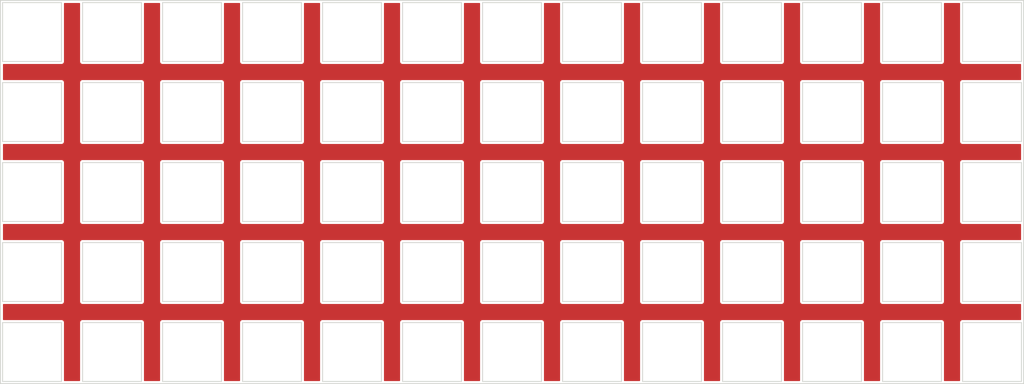
<source format=kicad_pcb>
(kicad_pcb (version 20171130) (host pcbnew 5.1.9-5.1.9)

  (general
    (thickness 1.6)
    (drawings 264)
    (tracks 0)
    (zones 0)
    (modules 0)
    (nets 1)
  )

  (page A4)
  (layers
    (0 F.Cu signal)
    (31 B.Cu signal)
    (32 B.Adhes user)
    (33 F.Adhes user)
    (34 B.Paste user)
    (35 F.Paste user)
    (36 B.SilkS user)
    (37 F.SilkS user)
    (38 B.Mask user)
    (39 F.Mask user)
    (40 Dwgs.User user)
    (41 Cmts.User user)
    (42 Eco1.User user)
    (43 Eco2.User user)
    (44 Edge.Cuts user)
    (45 Margin user)
    (46 B.CrtYd user)
    (47 F.CrtYd user)
    (48 B.Fab user)
    (49 F.Fab user)
  )

  (setup
    (last_trace_width 0.25)
    (trace_clearance 0.2)
    (zone_clearance 0.508)
    (zone_45_only no)
    (trace_min 0.2)
    (via_size 0.8)
    (via_drill 0.4)
    (via_min_size 0.4)
    (via_min_drill 0.3)
    (uvia_size 0.3)
    (uvia_drill 0.1)
    (uvias_allowed no)
    (uvia_min_size 0.2)
    (uvia_min_drill 0.1)
    (edge_width 0.05)
    (segment_width 0.2)
    (pcb_text_width 0.3)
    (pcb_text_size 1.5 1.5)
    (mod_edge_width 0.12)
    (mod_text_size 1 1)
    (mod_text_width 0.15)
    (pad_size 1.524 1.524)
    (pad_drill 0.762)
    (pad_to_mask_clearance 0)
    (aux_axis_origin 0 0)
    (visible_elements FFFFFF7F)
    (pcbplotparams
      (layerselection 0x010fc_ffffffff)
      (usegerberextensions false)
      (usegerberattributes false)
      (usegerberadvancedattributes true)
      (creategerberjobfile true)
      (excludeedgelayer true)
      (linewidth 0.100000)
      (plotframeref false)
      (viasonmask false)
      (mode 1)
      (useauxorigin false)
      (hpglpennumber 1)
      (hpglpenspeed 20)
      (hpglpendiameter 15.000000)
      (psnegative false)
      (psa4output false)
      (plotreference true)
      (plotvalue true)
      (plotinvisibletext false)
      (padsonsilk false)
      (subtractmaskfromsilk false)
      (outputformat 1)
      (mirror false)
      (drillshape 0)
      (scaleselection 1)
      (outputdirectory "gerber"))
  )

  (net 0 "")

  (net_class Default "This is the default net class."
    (clearance 0.2)
    (trace_width 0.25)
    (via_dia 0.8)
    (via_drill 0.4)
    (uvia_dia 0.3)
    (uvia_drill 0.1)
  )

  (gr_line (start 145.287 96.266) (end 131.2878 96.266) (layer Edge.Cuts) (width 0.2))
  (gr_line (start 221.488 58.166) (end 207.489 58.166) (layer Edge.Cuts) (width 0.2))
  (gr_line (start 245.589 82.2668) (end 259.588 82.2668) (layer Edge.Cuts) (width 0.2))
  (gr_line (start 93.1892 115.3162) (end 93.1892 101.3167) (layer Edge.Cuts) (width 0.2))
  (gr_line (start 55.0891 58.166) (end 55.0891 44.1668) (layer Edge.Cuts) (width 0.2))
  (gr_line (start 188.439 58.166) (end 188.439 44.1668) (layer Edge.Cuts) (width 0.2))
  (gr_line (start 202.438 44.1668) (end 202.438 58.166) (layer Edge.Cuts) (width 0.2))
  (gr_line (start 50.0386 96.266) (end 36.039116 96.266) (layer Edge.Cuts) (width 0.2))
  (gr_line (start 264.639 96.266) (end 264.639 82.2668) (layer Edge.Cuts) (width 0.2))
  (gr_line (start 202.438 58.166) (end 188.439 58.166) (layer Edge.Cuts) (width 0.2))
  (gr_line (start 226.539 134.366186) (end 226.539 120.3667) (layer Edge.Cuts) (width 0.2))
  (gr_line (start 264.639 77.216) (end 264.639 63.2168) (layer Edge.Cuts) (width 0.2))
  (gr_line (start 55.0891 82.2668) (end 69.0886 82.2668) (layer Edge.Cuts) (width 0.2))
  (gr_line (start 74.1392 134.366186) (end 74.1392 120.3667) (layer Edge.Cuts) (width 0.2))
  (gr_line (start 126.2385 77.216) (end 112.2392 77.216) (layer Edge.Cuts) (width 0.2))
  (gr_line (start 202.438 134.366186) (end 188.439 134.366186) (layer Edge.Cuts) (width 0.2))
  (gr_line (start 164.338 63.2168) (end 164.338 77.216) (layer Edge.Cuts) (width 0.2))
  (gr_line (start 131.2878 120.3667) (end 145.287 120.3667) (layer Edge.Cuts) (width 0.2))
  (gr_line (start 240.538 44.1668) (end 240.538 58.166) (layer Edge.Cuts) (width 0.2))
  (gr_line (start 259.588 63.2168) (end 259.588 77.216) (layer Edge.Cuts) (width 0.2))
  (gr_line (start 207.489 115.3162) (end 207.489 101.3167) (layer Edge.Cuts) (width 0.2))
  (gr_line (start 150.338 44.1668) (end 164.338 44.1668) (layer Edge.Cuts) (width 0.2))
  (gr_line (start 131.2878 58.166) (end 131.2878 44.1668) (layer Edge.Cuts) (width 0.2))
  (gr_line (start 55.0891 77.216) (end 55.0891 63.2168) (layer Edge.Cuts) (width 0.2))
  (gr_line (start 112.2392 134.366186) (end 112.2392 120.3667) (layer Edge.Cuts) (width 0.2))
  (gr_line (start 150.338 96.266) (end 150.338 82.2668) (layer Edge.Cuts) (width 0.2))
  (gr_line (start 164.338 77.216) (end 150.338 77.216) (layer Edge.Cuts) (width 0.2))
  (gr_line (start 245.589 120.3667) (end 259.588 120.3667) (layer Edge.Cuts) (width 0.2))
  (gr_line (start 240.538 63.2168) (end 240.538 77.216) (layer Edge.Cuts) (width 0.2))
  (gr_line (start 169.389 101.3167) (end 183.388 101.3167) (layer Edge.Cuts) (width 0.2))
  (gr_line (start 112.2392 96.266) (end 112.2392 82.2668) (layer Edge.Cuts) (width 0.2))
  (gr_line (start 50.0386 58.166) (end 36.039116 58.166) (layer Edge.Cuts) (width 0.2))
  (gr_line (start 188.439 77.216) (end 188.439 63.2168) (layer Edge.Cuts) (width 0.2))
  (gr_line (start 221.488 101.3167) (end 221.488 115.3162) (layer Edge.Cuts) (width 0.2))
  (gr_line (start 188.439 44.1668) (end 202.438 44.1668) (layer Edge.Cuts) (width 0.2))
  (gr_line (start 259.588 44.1668) (end 259.588 58.166) (layer Edge.Cuts) (width 0.2))
  (gr_line (start 264.639 63.2168) (end 278.638 63.2168) (layer Edge.Cuts) (width 0.2))
  (gr_line (start 107.1885 77.216) (end 93.1892 77.216) (layer Edge.Cuts) (width 0.2))
  (gr_line (start 259.588 96.266) (end 245.589 96.266) (layer Edge.Cuts) (width 0.2))
  (gr_line (start 69.0886 58.166) (end 55.0891 58.166) (layer Edge.Cuts) (width 0.2))
  (gr_line (start 164.338 120.3667) (end 164.338 134.366186) (layer Edge.Cuts) (width 0.2))
  (gr_line (start 36.039116 82.2668) (end 50.0386 82.2668) (layer Edge.Cuts) (width 0.2))
  (gr_line (start 112.2392 44.1668) (end 126.2385 44.1668) (layer Edge.Cuts) (width 0.2))
  (gr_line (start 69.0886 96.266) (end 55.0891 96.266) (layer Edge.Cuts) (width 0.2))
  (gr_line (start 93.1892 58.166) (end 93.1892 44.1668) (layer Edge.Cuts) (width 0.2))
  (gr_line (start 55.0891 120.3667) (end 69.0886 120.3667) (layer Edge.Cuts) (width 0.2))
  (gr_line (start 69.0886 77.216) (end 55.0891 77.216) (layer Edge.Cuts) (width 0.2))
  (gr_line (start 50.0386 134.366186) (end 36.039116 134.366186) (layer Edge.Cuts) (width 0.2))
  (gr_line (start 50.0386 82.2668) (end 50.0386 96.266) (layer Edge.Cuts) (width 0.2))
  (gr_line (start 150.338 58.166) (end 150.338 44.1668) (layer Edge.Cuts) (width 0.2))
  (gr_line (start 164.338 44.1668) (end 164.338 58.166) (layer Edge.Cuts) (width 0.2))
  (gr_line (start 145.287 134.366186) (end 131.2878 134.366186) (layer Edge.Cuts) (width 0.2))
  (gr_line (start 259.588 101.3167) (end 259.588 115.3162) (layer Edge.Cuts) (width 0.2))
  (gr_line (start 131.2878 44.1668) (end 145.287 44.1668) (layer Edge.Cuts) (width 0.2))
  (gr_line (start 279.165 134.891218) (end 35.514084 134.891218) (layer Edge.Cuts) (width 0.2))
  (gr_line (start 74.1392 96.266) (end 74.1392 82.2668) (layer Edge.Cuts) (width 0.2))
  (gr_line (start 164.338 134.366186) (end 150.338 134.366186) (layer Edge.Cuts) (width 0.2))
  (gr_line (start 145.287 101.3167) (end 145.287 115.3162) (layer Edge.Cuts) (width 0.2))
  (gr_line (start 50.0386 63.2168) (end 50.0386 77.216) (layer Edge.Cuts) (width 0.2))
  (gr_line (start 207.489 96.266) (end 207.489 82.2668) (layer Edge.Cuts) (width 0.2))
  (gr_line (start 207.489 63.2168) (end 221.488 63.2168) (layer Edge.Cuts) (width 0.2))
  (gr_line (start 93.1892 82.2668) (end 107.1885 82.2668) (layer Edge.Cuts) (width 0.2))
  (gr_line (start 169.389 77.216) (end 169.389 63.2168) (layer Edge.Cuts) (width 0.2))
  (gr_line (start 69.0886 134.366186) (end 55.0891 134.366186) (layer Edge.Cuts) (width 0.2))
  (gr_line (start 207.489 101.3167) (end 221.488 101.3167) (layer Edge.Cuts) (width 0.2))
  (gr_line (start 36.039116 77.216) (end 36.039116 63.2168) (layer Edge.Cuts) (width 0.2))
  (gr_line (start 245.589 115.3162) (end 245.589 101.3167) (layer Edge.Cuts) (width 0.2))
  (gr_line (start 245.589 58.166) (end 245.589 44.1668) (layer Edge.Cuts) (width 0.2))
  (gr_line (start 107.1885 96.266) (end 93.1892 96.266) (layer Edge.Cuts) (width 0.2))
  (gr_line (start 278.638 120.3667) (end 278.638 134.366186) (layer Edge.Cuts) (width 0.2))
  (gr_line (start 112.2392 115.3162) (end 112.2392 101.3167) (layer Edge.Cuts) (width 0.2))
  (gr_line (start 169.389 44.1668) (end 183.388 44.1668) (layer Edge.Cuts) (width 0.2))
  (gr_line (start 112.2392 82.2668) (end 126.2385 82.2668) (layer Edge.Cuts) (width 0.2))
  (gr_line (start 55.0891 101.3167) (end 69.0886 101.3167) (layer Edge.Cuts) (width 0.2))
  (gr_line (start 169.389 134.366186) (end 169.389 120.3667) (layer Edge.Cuts) (width 0.2))
  (gr_line (start 107.1885 120.3667) (end 107.1885 134.366186) (layer Edge.Cuts) (width 0.2))
  (gr_line (start 107.1885 134.366186) (end 93.1892 134.366186) (layer Edge.Cuts) (width 0.2))
  (gr_line (start 169.389 58.166) (end 169.389 44.1668) (layer Edge.Cuts) (width 0.2))
  (gr_line (start 259.588 82.2668) (end 259.588 96.266) (layer Edge.Cuts) (width 0.2))
  (gr_line (start 50.0386 115.3162) (end 36.039116 115.3162) (layer Edge.Cuts) (width 0.2))
  (gr_line (start 50.0386 77.216) (end 36.039116 77.216) (layer Edge.Cuts) (width 0.2))
  (gr_line (start 88.1385 77.216) (end 74.1392 77.216) (layer Edge.Cuts) (width 0.2))
  (gr_line (start 69.0886 82.2668) (end 69.0886 96.266) (layer Edge.Cuts) (width 0.2))
  (gr_line (start 226.539 101.3167) (end 240.538 101.3167) (layer Edge.Cuts) (width 0.2))
  (gr_line (start 202.438 101.3167) (end 202.438 115.3162) (layer Edge.Cuts) (width 0.2))
  (gr_line (start 93.1892 101.3167) (end 107.1885 101.3167) (layer Edge.Cuts) (width 0.2))
  (gr_line (start 202.438 115.3162) (end 188.439 115.3162) (layer Edge.Cuts) (width 0.2))
  (gr_line (start 164.338 115.3162) (end 150.338 115.3162) (layer Edge.Cuts) (width 0.2))
  (gr_line (start 279.165 43.6418) (end 279.165 134.891218) (layer Edge.Cuts) (width 0.2))
  (gr_line (start 202.438 96.266) (end 188.439 96.266) (layer Edge.Cuts) (width 0.2))
  (gr_line (start 145.287 120.3667) (end 145.287 134.366186) (layer Edge.Cuts) (width 0.2))
  (gr_line (start 240.538 82.2668) (end 240.538 96.266) (layer Edge.Cuts) (width 0.2))
  (gr_line (start 150.338 63.2168) (end 164.338 63.2168) (layer Edge.Cuts) (width 0.2))
  (gr_line (start 207.489 77.216) (end 207.489 63.2168) (layer Edge.Cuts) (width 0.2))
  (gr_line (start 169.389 82.2668) (end 183.388 82.2668) (layer Edge.Cuts) (width 0.2))
  (gr_line (start 264.639 101.3167) (end 278.638 101.3167) (layer Edge.Cuts) (width 0.2))
  (gr_line (start 107.1885 101.3167) (end 107.1885 115.3162) (layer Edge.Cuts) (width 0.2))
  (gr_line (start 74.1392 77.216) (end 74.1392 63.2168) (layer Edge.Cuts) (width 0.2))
  (gr_line (start 36.039116 115.3162) (end 36.039116 101.3167) (layer Edge.Cuts) (width 0.2))
  (gr_line (start 69.0886 101.3167) (end 69.0886 115.3162) (layer Edge.Cuts) (width 0.2))
  (gr_line (start 259.588 134.366186) (end 245.589 134.366186) (layer Edge.Cuts) (width 0.2))
  (gr_line (start 264.639 82.2668) (end 278.638 82.2668) (layer Edge.Cuts) (width 0.2))
  (gr_line (start 74.1392 82.2668) (end 88.1385 82.2668) (layer Edge.Cuts) (width 0.2))
  (gr_line (start 126.2385 58.166) (end 112.2392 58.166) (layer Edge.Cuts) (width 0.2))
  (gr_line (start 226.539 77.216) (end 226.539 63.2168) (layer Edge.Cuts) (width 0.2))
  (gr_line (start 107.1885 44.1668) (end 107.1885 58.166) (layer Edge.Cuts) (width 0.2))
  (gr_line (start 240.538 101.3167) (end 240.538 115.3162) (layer Edge.Cuts) (width 0.2))
  (gr_line (start 36.039116 44.1668) (end 50.0386 44.1668) (layer Edge.Cuts) (width 0.2))
  (gr_line (start 88.1385 58.166) (end 74.1392 58.166) (layer Edge.Cuts) (width 0.2))
  (gr_line (start 278.638 44.1668) (end 278.638 58.166) (layer Edge.Cuts) (width 0.2))
  (gr_line (start 36.039116 63.2168) (end 50.0386 63.2168) (layer Edge.Cuts) (width 0.2))
  (gr_line (start 278.638 58.166) (end 264.639 58.166) (layer Edge.Cuts) (width 0.2))
  (gr_line (start 88.1385 120.3667) (end 88.1385 134.366186) (layer Edge.Cuts) (width 0.2))
  (gr_line (start 202.438 77.216) (end 188.439 77.216) (layer Edge.Cuts) (width 0.2))
  (gr_line (start 88.1385 101.3167) (end 88.1385 115.3162) (layer Edge.Cuts) (width 0.2))
  (gr_line (start 74.1392 58.166) (end 74.1392 44.1668) (layer Edge.Cuts) (width 0.2))
  (gr_line (start 88.1385 115.3162) (end 74.1392 115.3162) (layer Edge.Cuts) (width 0.2))
  (gr_line (start 131.2878 77.216) (end 131.2878 63.2168) (layer Edge.Cuts) (width 0.2))
  (gr_line (start 93.1892 63.2168) (end 107.1885 63.2168) (layer Edge.Cuts) (width 0.2))
  (gr_line (start 245.589 96.266) (end 245.589 82.2668) (layer Edge.Cuts) (width 0.2))
  (gr_line (start 112.2392 58.166) (end 112.2392 44.1668) (layer Edge.Cuts) (width 0.2))
  (gr_line (start 107.1885 63.2168) (end 107.1885 77.216) (layer Edge.Cuts) (width 0.2))
  (gr_line (start 207.489 58.166) (end 207.489 44.1668) (layer Edge.Cuts) (width 0.2))
  (gr_line (start 112.2392 77.216) (end 112.2392 63.2168) (layer Edge.Cuts) (width 0.2))
  (gr_line (start 264.639 115.3162) (end 264.639 101.3167) (layer Edge.Cuts) (width 0.2))
  (gr_line (start 93.1892 77.216) (end 93.1892 63.2168) (layer Edge.Cuts) (width 0.2))
  (gr_line (start 169.389 63.2168) (end 183.388 63.2168) (layer Edge.Cuts) (width 0.2))
  (gr_line (start 36.039116 120.3667) (end 50.0386 120.3667) (layer Edge.Cuts) (width 0.2))
  (gr_line (start 169.389 115.3162) (end 169.389 101.3167) (layer Edge.Cuts) (width 0.2))
  (gr_line (start 69.0886 63.2168) (end 69.0886 77.216) (layer Edge.Cuts) (width 0.2))
  (gr_line (start 36.039116 58.166) (end 36.039116 44.1668) (layer Edge.Cuts) (width 0.2))
  (gr_line (start 131.2878 134.366186) (end 131.2878 120.3667) (layer Edge.Cuts) (width 0.2))
  (gr_line (start 259.588 77.216) (end 245.589 77.216) (layer Edge.Cuts) (width 0.2))
  (gr_line (start 145.287 82.2668) (end 145.287 96.266) (layer Edge.Cuts) (width 0.2))
  (gr_line (start 245.589 77.216) (end 245.589 63.2168) (layer Edge.Cuts) (width 0.2))
  (gr_line (start 93.1892 44.1668) (end 107.1885 44.1668) (layer Edge.Cuts) (width 0.2))
  (gr_line (start 278.638 101.3167) (end 278.638 115.3162) (layer Edge.Cuts) (width 0.2))
  (gr_line (start 188.439 96.266) (end 188.439 82.2668) (layer Edge.Cuts) (width 0.2))
  (gr_line (start 245.589 101.3167) (end 259.588 101.3167) (layer Edge.Cuts) (width 0.2))
  (gr_line (start 240.538 120.3667) (end 240.538 134.366186) (layer Edge.Cuts) (width 0.2))
  (gr_line (start 183.388 58.166) (end 169.389 58.166) (layer Edge.Cuts) (width 0.2))
  (gr_line (start 150.338 134.366186) (end 150.338 120.3667) (layer Edge.Cuts) (width 0.2))
  (gr_line (start 164.338 58.166) (end 150.338 58.166) (layer Edge.Cuts) (width 0.2))
  (gr_line (start 126.2385 120.3667) (end 126.2385 134.366186) (layer Edge.Cuts) (width 0.2))
  (gr_line (start 74.1392 120.3667) (end 88.1385 120.3667) (layer Edge.Cuts) (width 0.2))
  (gr_line (start 207.489 134.366186) (end 207.489 120.3667) (layer Edge.Cuts) (width 0.2))
  (gr_line (start 202.438 63.2168) (end 202.438 77.216) (layer Edge.Cuts) (width 0.2))
  (gr_line (start 112.2392 120.3667) (end 126.2385 120.3667) (layer Edge.Cuts) (width 0.2))
  (gr_line (start 55.0891 115.3162) (end 55.0891 101.3167) (layer Edge.Cuts) (width 0.2))
  (gr_line (start 226.539 115.3162) (end 226.539 101.3167) (layer Edge.Cuts) (width 0.2))
  (gr_line (start 145.287 44.1668) (end 145.287 58.166) (layer Edge.Cuts) (width 0.2))
  (gr_line (start 183.388 44.1668) (end 183.388 58.166) (layer Edge.Cuts) (width 0.2))
  (gr_line (start 36.039116 101.3167) (end 50.0386 101.3167) (layer Edge.Cuts) (width 0.2))
  (gr_line (start 226.539 96.266) (end 226.539 82.2668) (layer Edge.Cuts) (width 0.2))
  (gr_line (start 126.2385 44.1668) (end 126.2385 58.166) (layer Edge.Cuts) (width 0.2))
  (gr_line (start 188.439 63.2168) (end 202.438 63.2168) (layer Edge.Cuts) (width 0.2))
  (gr_line (start 188.439 82.2668) (end 202.438 82.2668) (layer Edge.Cuts) (width 0.2))
  (gr_line (start 150.338 82.2668) (end 164.338 82.2668) (layer Edge.Cuts) (width 0.2))
  (gr_line (start 226.539 58.166) (end 226.539 44.1668) (layer Edge.Cuts) (width 0.2))
  (gr_line (start 245.589 63.2168) (end 259.588 63.2168) (layer Edge.Cuts) (width 0.2))
  (gr_line (start 74.1392 101.3167) (end 88.1385 101.3167) (layer Edge.Cuts) (width 0.2))
  (gr_line (start 278.638 96.266) (end 264.639 96.266) (layer Edge.Cuts) (width 0.2))
  (gr_line (start 240.538 115.3162) (end 226.539 115.3162) (layer Edge.Cuts) (width 0.2))
  (gr_line (start 183.388 120.3667) (end 183.388 134.366186) (layer Edge.Cuts) (width 0.2))
  (gr_line (start 145.287 63.2168) (end 145.287 77.216) (layer Edge.Cuts) (width 0.2))
  (gr_line (start 183.388 134.366186) (end 169.389 134.366186) (layer Edge.Cuts) (width 0.2))
  (gr_line (start 126.2385 101.3167) (end 126.2385 115.3162) (layer Edge.Cuts) (width 0.2))
  (gr_line (start 164.338 96.266) (end 150.338 96.266) (layer Edge.Cuts) (width 0.2))
  (gr_line (start 126.2385 134.366186) (end 112.2392 134.366186) (layer Edge.Cuts) (width 0.2))
  (gr_line (start 131.2878 115.3162) (end 131.2878 101.3167) (layer Edge.Cuts) (width 0.2))
  (gr_line (start 226.539 44.1668) (end 240.538 44.1668) (layer Edge.Cuts) (width 0.2))
  (gr_line (start 50.0386 101.3167) (end 50.0386 115.3162) (layer Edge.Cuts) (width 0.2))
  (gr_line (start 221.488 63.2168) (end 221.488 77.216) (layer Edge.Cuts) (width 0.2))
  (gr_line (start 131.2878 82.2668) (end 145.287 82.2668) (layer Edge.Cuts) (width 0.2))
  (gr_line (start 278.638 134.366186) (end 264.639 134.366186) (layer Edge.Cuts) (width 0.2))
  (gr_line (start 131.2878 101.3167) (end 145.287 101.3167) (layer Edge.Cuts) (width 0.2))
  (gr_line (start 35.514084 134.891218) (end 35.514084 43.6418) (layer Edge.Cuts) (width 0.2))
  (gr_line (start 202.438 82.2668) (end 202.438 96.266) (layer Edge.Cuts) (width 0.2))
  (gr_line (start 69.0886 44.1668) (end 69.0886 58.166) (layer Edge.Cuts) (width 0.2))
  (gr_line (start 107.1885 58.166) (end 93.1892 58.166) (layer Edge.Cuts) (width 0.2))
  (gr_line (start 245.589 134.366186) (end 245.589 120.3667) (layer Edge.Cuts) (width 0.2))
  (gr_line (start 202.438 120.3667) (end 202.438 134.366186) (layer Edge.Cuts) (width 0.2))
  (gr_line (start 35.514084 43.6418) (end 279.165 43.6418) (layer Edge.Cuts) (width 0.2))
  (gr_line (start 221.488 44.1668) (end 221.488 58.166) (layer Edge.Cuts) (width 0.2))
  (gr_line (start 278.638 63.2168) (end 278.638 77.216) (layer Edge.Cuts) (width 0.2))
  (gr_line (start 183.388 77.216) (end 169.389 77.216) (layer Edge.Cuts) (width 0.2))
  (gr_line (start 207.489 120.3667) (end 221.488 120.3667) (layer Edge.Cuts) (width 0.2))
  (gr_line (start 145.287 58.166) (end 131.2878 58.166) (layer Edge.Cuts) (width 0.2))
  (gr_line (start 221.488 77.216) (end 207.489 77.216) (layer Edge.Cuts) (width 0.2))
  (gr_line (start 74.1392 44.1668) (end 88.1385 44.1668) (layer Edge.Cuts) (width 0.2))
  (gr_line (start 240.538 134.366186) (end 226.539 134.366186) (layer Edge.Cuts) (width 0.2))
  (gr_line (start 88.1385 82.2668) (end 88.1385 96.266) (layer Edge.Cuts) (width 0.2))
  (gr_line (start 36.039116 134.366186) (end 36.039116 120.3667) (layer Edge.Cuts) (width 0.2))
  (gr_line (start 183.388 96.266) (end 169.389 96.266) (layer Edge.Cuts) (width 0.2))
  (gr_line (start 55.0891 44.1668) (end 69.0886 44.1668) (layer Edge.Cuts) (width 0.2))
  (gr_line (start 221.488 82.2668) (end 221.488 96.266) (layer Edge.Cuts) (width 0.2))
  (gr_line (start 88.1385 44.1668) (end 88.1385 58.166) (layer Edge.Cuts) (width 0.2))
  (gr_line (start 69.0886 115.3162) (end 55.0891 115.3162) (layer Edge.Cuts) (width 0.2))
  (gr_line (start 278.638 82.2668) (end 278.638 96.266) (layer Edge.Cuts) (width 0.2))
  (gr_line (start 131.2878 96.266) (end 131.2878 82.2668) (layer Edge.Cuts) (width 0.2))
  (gr_line (start 150.338 120.3667) (end 164.338 120.3667) (layer Edge.Cuts) (width 0.2))
  (gr_line (start 93.1892 120.3667) (end 107.1885 120.3667) (layer Edge.Cuts) (width 0.2))
  (gr_line (start 221.488 134.366186) (end 207.489 134.366186) (layer Edge.Cuts) (width 0.2))
  (gr_line (start 226.539 82.2668) (end 240.538 82.2668) (layer Edge.Cuts) (width 0.2))
  (gr_line (start 169.389 120.3667) (end 183.388 120.3667) (layer Edge.Cuts) (width 0.2))
  (gr_line (start 188.439 115.3162) (end 188.439 101.3167) (layer Edge.Cuts) (width 0.2))
  (gr_line (start 226.539 120.3667) (end 240.538 120.3667) (layer Edge.Cuts) (width 0.2))
  (gr_line (start 74.1392 115.3162) (end 74.1392 101.3167) (layer Edge.Cuts) (width 0.2))
  (gr_line (start 88.1385 134.366186) (end 74.1392 134.366186) (layer Edge.Cuts) (width 0.2))
  (gr_line (start 164.338 101.3167) (end 164.338 115.3162) (layer Edge.Cuts) (width 0.2))
  (gr_line (start 207.489 82.2668) (end 221.488 82.2668) (layer Edge.Cuts) (width 0.2))
  (gr_line (start 74.1392 63.2168) (end 88.1385 63.2168) (layer Edge.Cuts) (width 0.2))
  (gr_line (start 126.2385 63.2168) (end 126.2385 77.216) (layer Edge.Cuts) (width 0.2))
  (gr_line (start 36.039116 96.266) (end 36.039116 82.2668) (layer Edge.Cuts) (width 0.2))
  (gr_line (start 188.439 101.3167) (end 202.438 101.3167) (layer Edge.Cuts) (width 0.2))
  (gr_line (start 131.2878 63.2168) (end 145.287 63.2168) (layer Edge.Cuts) (width 0.2))
  (gr_line (start 278.638 115.3162) (end 264.639 115.3162) (layer Edge.Cuts) (width 0.2))
  (gr_line (start 112.2392 101.3167) (end 126.2385 101.3167) (layer Edge.Cuts) (width 0.2))
  (gr_line (start 226.539 63.2168) (end 240.538 63.2168) (layer Edge.Cuts) (width 0.2))
  (gr_line (start 55.0891 96.266) (end 55.0891 82.2668) (layer Edge.Cuts) (width 0.2))
  (gr_line (start 169.389 96.266) (end 169.389 82.2668) (layer Edge.Cuts) (width 0.2))
  (gr_line (start 112.2392 63.2168) (end 126.2385 63.2168) (layer Edge.Cuts) (width 0.2))
  (gr_line (start 264.639 58.166) (end 264.639 44.1668) (layer Edge.Cuts) (width 0.2))
  (gr_line (start 150.338 101.3167) (end 164.338 101.3167) (layer Edge.Cuts) (width 0.2))
  (gr_line (start 145.287 115.3162) (end 131.2878 115.3162) (layer Edge.Cuts) (width 0.2))
  (gr_line (start 221.488 120.3667) (end 221.488 134.366186) (layer Edge.Cuts) (width 0.2))
  (gr_line (start 259.588 115.3162) (end 245.589 115.3162) (layer Edge.Cuts) (width 0.2))
  (gr_line (start 183.388 82.2668) (end 183.388 96.266) (layer Edge.Cuts) (width 0.2))
  (gr_line (start 188.439 134.366186) (end 188.439 120.3667) (layer Edge.Cuts) (width 0.2))
  (gr_line (start 107.1885 115.3162) (end 93.1892 115.3162) (layer Edge.Cuts) (width 0.2))
  (gr_line (start 55.0891 63.2168) (end 69.0886 63.2168) (layer Edge.Cuts) (width 0.2))
  (gr_line (start 88.1385 96.266) (end 74.1392 96.266) (layer Edge.Cuts) (width 0.2))
  (gr_line (start 107.1885 82.2668) (end 107.1885 96.266) (layer Edge.Cuts) (width 0.2))
  (gr_line (start 93.1892 134.366186) (end 93.1892 120.3667) (layer Edge.Cuts) (width 0.2))
  (gr_line (start 221.488 96.266) (end 207.489 96.266) (layer Edge.Cuts) (width 0.2))
  (gr_line (start 145.287 77.216) (end 131.2878 77.216) (layer Edge.Cuts) (width 0.2))
  (gr_line (start 69.0886 120.3667) (end 69.0886 134.366186) (layer Edge.Cuts) (width 0.2))
  (gr_line (start 183.388 115.3162) (end 169.389 115.3162) (layer Edge.Cuts) (width 0.2))
  (gr_line (start 259.588 58.166) (end 245.589 58.166) (layer Edge.Cuts) (width 0.2))
  (gr_line (start 150.338 77.216) (end 150.338 63.2168) (layer Edge.Cuts) (width 0.2))
  (gr_line (start 164.338 82.2668) (end 164.338 96.266) (layer Edge.Cuts) (width 0.2))
  (gr_line (start 126.2385 82.2668) (end 126.2385 96.266) (layer Edge.Cuts) (width 0.2))
  (gr_line (start 264.639 120.3667) (end 278.638 120.3667) (layer Edge.Cuts) (width 0.2))
  (gr_line (start 55.0891 134.366186) (end 55.0891 120.3667) (layer Edge.Cuts) (width 0.2))
  (gr_line (start 278.638 77.216) (end 264.639 77.216) (layer Edge.Cuts) (width 0.2))
  (gr_line (start 240.538 96.266) (end 226.539 96.266) (layer Edge.Cuts) (width 0.2))
  (gr_line (start 150.338 115.3162) (end 150.338 101.3167) (layer Edge.Cuts) (width 0.2))
  (gr_line (start 126.2385 96.266) (end 112.2392 96.266) (layer Edge.Cuts) (width 0.2))
  (gr_line (start 259.588 120.3667) (end 259.588 134.366186) (layer Edge.Cuts) (width 0.2))
  (gr_line (start 183.388 63.2168) (end 183.388 77.216) (layer Edge.Cuts) (width 0.2))
  (gr_line (start 207.489 44.1668) (end 221.488 44.1668) (layer Edge.Cuts) (width 0.2))
  (gr_line (start 188.439 120.3667) (end 202.438 120.3667) (layer Edge.Cuts) (width 0.2))
  (gr_line (start 126.2385 115.3162) (end 112.2392 115.3162) (layer Edge.Cuts) (width 0.2))
  (gr_line (start 245.589 44.1668) (end 259.588 44.1668) (layer Edge.Cuts) (width 0.2))
  (gr_line (start 183.388 101.3167) (end 183.388 115.3162) (layer Edge.Cuts) (width 0.2))
  (gr_line (start 240.538 58.166) (end 226.539 58.166) (layer Edge.Cuts) (width 0.2))
  (gr_line (start 264.639 134.366186) (end 264.639 120.3667) (layer Edge.Cuts) (width 0.2))
  (gr_line (start 221.488 115.3162) (end 207.489 115.3162) (layer Edge.Cuts) (width 0.2))
  (gr_line (start 50.0386 44.1668) (end 50.0386 58.166) (layer Edge.Cuts) (width 0.2))
  (gr_line (start 93.1892 96.266) (end 93.1892 82.2668) (layer Edge.Cuts) (width 0.2))
  (gr_line (start 50.0386 120.3667) (end 50.0386 134.366186) (layer Edge.Cuts) (width 0.2))
  (gr_line (start 264.639 44.1668) (end 278.638 44.1668) (layer Edge.Cuts) (width 0.2))
  (gr_line (start 88.1385 63.2168) (end 88.1385 77.216) (layer Edge.Cuts) (width 0.2))
  (gr_line (start 240.538 77.216) (end 226.539 77.216) (layer Edge.Cuts) (width 0.2))

  (zone (net 0) (net_name "") (layer F.Cu) (tstamp 6029B3D0) (hatch edge 0.508)
    (connect_pads (clearance 0.508))
    (min_thickness 0.254)
    (fill yes (arc_segments 32) (thermal_gap 0.508) (thermal_bridge_width 0.508))
    (polygon
      (pts
        (xy 278.892 134.62) (xy 35.814 134.62) (xy 35.814 43.942) (xy 278.892 43.942)
      )
    )
    (filled_polygon
      (pts
        (xy 54.3541 58.129895) (xy 54.350544 58.166) (xy 54.364735 58.310085) (xy 54.406763 58.448633) (xy 54.475013 58.57632)
        (xy 54.566862 58.688238) (xy 54.67878 58.780087) (xy 54.806467 58.848337) (xy 54.945015 58.890365) (xy 55.0891 58.904556)
        (xy 55.125205 58.901) (xy 69.052495 58.901) (xy 69.0886 58.904556) (xy 69.124705 58.901) (xy 69.232685 58.890365)
        (xy 69.371233 58.848337) (xy 69.49892 58.780087) (xy 69.610838 58.688238) (xy 69.702687 58.57632) (xy 69.770937 58.448633)
        (xy 69.812965 58.310085) (xy 69.827156 58.166) (xy 69.8236 58.129895) (xy 69.8236 44.3768) (xy 73.404201 44.3768)
        (xy 73.4042 58.129895) (xy 73.400644 58.166) (xy 73.414835 58.310085) (xy 73.456863 58.448633) (xy 73.525113 58.57632)
        (xy 73.616962 58.688238) (xy 73.72888 58.780087) (xy 73.856567 58.848337) (xy 73.995115 58.890365) (xy 74.1392 58.904556)
        (xy 74.175305 58.901) (xy 88.102395 58.901) (xy 88.1385 58.904556) (xy 88.174605 58.901) (xy 88.282585 58.890365)
        (xy 88.421133 58.848337) (xy 88.54882 58.780087) (xy 88.660738 58.688238) (xy 88.752587 58.57632) (xy 88.820837 58.448633)
        (xy 88.862865 58.310085) (xy 88.877056 58.166) (xy 88.8735 58.129895) (xy 88.8735 44.3768) (xy 92.454201 44.3768)
        (xy 92.4542 58.129895) (xy 92.450644 58.166) (xy 92.464835 58.310085) (xy 92.506863 58.448633) (xy 92.575113 58.57632)
        (xy 92.666962 58.688238) (xy 92.77888 58.780087) (xy 92.906567 58.848337) (xy 93.045115 58.890365) (xy 93.1892 58.904556)
        (xy 93.225305 58.901) (xy 107.152395 58.901) (xy 107.1885 58.904556) (xy 107.224605 58.901) (xy 107.332585 58.890365)
        (xy 107.471133 58.848337) (xy 107.59882 58.780087) (xy 107.710738 58.688238) (xy 107.802587 58.57632) (xy 107.870837 58.448633)
        (xy 107.912865 58.310085) (xy 107.927056 58.166) (xy 107.9235 58.129895) (xy 107.9235 44.3768) (xy 111.504201 44.3768)
        (xy 111.5042 58.129895) (xy 111.500644 58.166) (xy 111.514835 58.310085) (xy 111.556863 58.448633) (xy 111.625113 58.57632)
        (xy 111.716962 58.688238) (xy 111.82888 58.780087) (xy 111.956567 58.848337) (xy 112.095115 58.890365) (xy 112.2392 58.904556)
        (xy 112.275305 58.901) (xy 126.202395 58.901) (xy 126.2385 58.904556) (xy 126.274605 58.901) (xy 126.382585 58.890365)
        (xy 126.521133 58.848337) (xy 126.64882 58.780087) (xy 126.760738 58.688238) (xy 126.852587 58.57632) (xy 126.920837 58.448633)
        (xy 126.962865 58.310085) (xy 126.977056 58.166) (xy 126.9735 58.129895) (xy 126.9735 44.3768) (xy 130.552801 44.3768)
        (xy 130.5528 58.129895) (xy 130.549244 58.166) (xy 130.563435 58.310085) (xy 130.605463 58.448633) (xy 130.673713 58.57632)
        (xy 130.765562 58.688238) (xy 130.87748 58.780087) (xy 131.005167 58.848337) (xy 131.143715 58.890365) (xy 131.2878 58.904556)
        (xy 131.323905 58.901) (xy 145.250895 58.901) (xy 145.287 58.904556) (xy 145.323105 58.901) (xy 145.431085 58.890365)
        (xy 145.569633 58.848337) (xy 145.69732 58.780087) (xy 145.809238 58.688238) (xy 145.901087 58.57632) (xy 145.969337 58.448633)
        (xy 146.011365 58.310085) (xy 146.025556 58.166) (xy 146.022 58.129895) (xy 146.022 44.3768) (xy 149.603001 44.3768)
        (xy 149.603 58.129895) (xy 149.599444 58.166) (xy 149.613635 58.310085) (xy 149.655663 58.448633) (xy 149.723913 58.57632)
        (xy 149.815762 58.688238) (xy 149.92768 58.780087) (xy 150.055367 58.848337) (xy 150.193915 58.890365) (xy 150.338 58.904556)
        (xy 150.374105 58.901) (xy 164.301895 58.901) (xy 164.338 58.904556) (xy 164.374105 58.901) (xy 164.482085 58.890365)
        (xy 164.620633 58.848337) (xy 164.74832 58.780087) (xy 164.860238 58.688238) (xy 164.952087 58.57632) (xy 165.020337 58.448633)
        (xy 165.062365 58.310085) (xy 165.076556 58.166) (xy 165.073 58.129895) (xy 165.073 44.3768) (xy 168.654001 44.3768)
        (xy 168.654 58.129895) (xy 168.650444 58.166) (xy 168.664635 58.310085) (xy 168.706663 58.448633) (xy 168.774913 58.57632)
        (xy 168.866762 58.688238) (xy 168.97868 58.780087) (xy 169.106367 58.848337) (xy 169.244915 58.890365) (xy 169.389 58.904556)
        (xy 169.425105 58.901) (xy 183.351895 58.901) (xy 183.388 58.904556) (xy 183.424105 58.901) (xy 183.532085 58.890365)
        (xy 183.670633 58.848337) (xy 183.79832 58.780087) (xy 183.910238 58.688238) (xy 184.002087 58.57632) (xy 184.070337 58.448633)
        (xy 184.112365 58.310085) (xy 184.126556 58.166) (xy 184.123 58.129895) (xy 184.123 44.3768) (xy 187.704001 44.3768)
        (xy 187.704 58.129895) (xy 187.700444 58.166) (xy 187.714635 58.310085) (xy 187.756663 58.448633) (xy 187.824913 58.57632)
        (xy 187.916762 58.688238) (xy 188.02868 58.780087) (xy 188.156367 58.848337) (xy 188.294915 58.890365) (xy 188.439 58.904556)
        (xy 188.475105 58.901) (xy 202.401895 58.901) (xy 202.438 58.904556) (xy 202.474105 58.901) (xy 202.582085 58.890365)
        (xy 202.720633 58.848337) (xy 202.84832 58.780087) (xy 202.960238 58.688238) (xy 203.052087 58.57632) (xy 203.120337 58.448633)
        (xy 203.162365 58.310085) (xy 203.176556 58.166) (xy 203.173 58.129895) (xy 203.173 44.3768) (xy 206.754001 44.3768)
        (xy 206.754 58.129895) (xy 206.750444 58.166) (xy 206.764635 58.310085) (xy 206.806663 58.448633) (xy 206.874913 58.57632)
        (xy 206.966762 58.688238) (xy 207.07868 58.780087) (xy 207.206367 58.848337) (xy 207.344915 58.890365) (xy 207.489 58.904556)
        (xy 207.525105 58.901) (xy 221.451895 58.901) (xy 221.488 58.904556) (xy 221.524105 58.901) (xy 221.632085 58.890365)
        (xy 221.770633 58.848337) (xy 221.89832 58.780087) (xy 222.010238 58.688238) (xy 222.102087 58.57632) (xy 222.170337 58.448633)
        (xy 222.212365 58.310085) (xy 222.226556 58.166) (xy 222.223 58.129895) (xy 222.223 44.3768) (xy 225.804001 44.3768)
        (xy 225.804 58.129895) (xy 225.800444 58.166) (xy 225.814635 58.310085) (xy 225.856663 58.448633) (xy 225.924913 58.57632)
        (xy 226.016762 58.688238) (xy 226.12868 58.780087) (xy 226.256367 58.848337) (xy 226.394915 58.890365) (xy 226.539 58.904556)
        (xy 226.575105 58.901) (xy 240.501895 58.901) (xy 240.538 58.904556) (xy 240.574105 58.901) (xy 240.682085 58.890365)
        (xy 240.820633 58.848337) (xy 240.94832 58.780087) (xy 241.060238 58.688238) (xy 241.152087 58.57632) (xy 241.220337 58.448633)
        (xy 241.262365 58.310085) (xy 241.276556 58.166) (xy 241.273 58.129895) (xy 241.273 44.3768) (xy 244.854001 44.3768)
        (xy 244.854 58.129895) (xy 244.850444 58.166) (xy 244.864635 58.310085) (xy 244.906663 58.448633) (xy 244.974913 58.57632)
        (xy 245.066762 58.688238) (xy 245.17868 58.780087) (xy 245.306367 58.848337) (xy 245.444915 58.890365) (xy 245.589 58.904556)
        (xy 245.625105 58.901) (xy 259.551895 58.901) (xy 259.588 58.904556) (xy 259.624105 58.901) (xy 259.732085 58.890365)
        (xy 259.870633 58.848337) (xy 259.99832 58.780087) (xy 260.110238 58.688238) (xy 260.202087 58.57632) (xy 260.270337 58.448633)
        (xy 260.312365 58.310085) (xy 260.326556 58.166) (xy 260.323 58.129895) (xy 260.323 44.3768) (xy 263.904001 44.3768)
        (xy 263.904 58.129895) (xy 263.900444 58.166) (xy 263.914635 58.310085) (xy 263.956663 58.448633) (xy 264.024913 58.57632)
        (xy 264.116762 58.688238) (xy 264.22868 58.780087) (xy 264.356367 58.848337) (xy 264.494915 58.890365) (xy 264.639 58.904556)
        (xy 264.675105 58.901) (xy 278.43 58.901) (xy 278.43 62.4818) (xy 264.675105 62.4818) (xy 264.639 62.478244)
        (xy 264.602895 62.4818) (xy 264.494915 62.492435) (xy 264.356367 62.534463) (xy 264.22868 62.602713) (xy 264.116762 62.694562)
        (xy 264.024913 62.80648) (xy 263.956663 62.934167) (xy 263.914635 63.072715) (xy 263.900444 63.2168) (xy 263.904001 63.252915)
        (xy 263.904 77.179895) (xy 263.900444 77.216) (xy 263.914635 77.360085) (xy 263.956663 77.498633) (xy 264.024913 77.62632)
        (xy 264.116762 77.738238) (xy 264.22868 77.830087) (xy 264.356367 77.898337) (xy 264.494915 77.940365) (xy 264.639 77.954556)
        (xy 264.675105 77.951) (xy 278.43 77.951) (xy 278.43 81.5318) (xy 264.675105 81.5318) (xy 264.639 81.528244)
        (xy 264.602895 81.5318) (xy 264.494915 81.542435) (xy 264.356367 81.584463) (xy 264.22868 81.652713) (xy 264.116762 81.744562)
        (xy 264.024913 81.85648) (xy 263.956663 81.984167) (xy 263.914635 82.122715) (xy 263.900444 82.2668) (xy 263.904001 82.302915)
        (xy 263.904 96.229895) (xy 263.900444 96.266) (xy 263.914635 96.410085) (xy 263.956663 96.548633) (xy 264.024913 96.67632)
        (xy 264.116762 96.788238) (xy 264.22868 96.880087) (xy 264.356367 96.948337) (xy 264.494915 96.990365) (xy 264.639 97.004556)
        (xy 264.675105 97.001) (xy 278.430001 97.001) (xy 278.430001 100.5817) (xy 264.675105 100.5817) (xy 264.639 100.578144)
        (xy 264.602895 100.5817) (xy 264.494915 100.592335) (xy 264.356367 100.634363) (xy 264.22868 100.702613) (xy 264.116762 100.794462)
        (xy 264.024913 100.90638) (xy 263.956663 101.034067) (xy 263.914635 101.172615) (xy 263.900444 101.3167) (xy 263.904001 101.352815)
        (xy 263.904 115.280095) (xy 263.900444 115.3162) (xy 263.914635 115.460285) (xy 263.956663 115.598833) (xy 264.024913 115.72652)
        (xy 264.116762 115.838438) (xy 264.22868 115.930287) (xy 264.356367 115.998537) (xy 264.494915 116.040565) (xy 264.639 116.054756)
        (xy 264.675105 116.0512) (xy 278.430001 116.0512) (xy 278.430001 119.6317) (xy 264.675105 119.6317) (xy 264.639 119.628144)
        (xy 264.602895 119.6317) (xy 264.494915 119.642335) (xy 264.356367 119.684363) (xy 264.22868 119.752613) (xy 264.116762 119.844462)
        (xy 264.024913 119.95638) (xy 263.956663 120.084067) (xy 263.914635 120.222615) (xy 263.900444 120.3667) (xy 263.904001 120.402815)
        (xy 263.904 134.156218) (xy 260.323 134.156218) (xy 260.323 120.402805) (xy 260.326556 120.3667) (xy 260.312365 120.222615)
        (xy 260.270337 120.084067) (xy 260.202087 119.95638) (xy 260.110238 119.844462) (xy 259.99832 119.752613) (xy 259.870633 119.684363)
        (xy 259.732085 119.642335) (xy 259.624105 119.6317) (xy 259.588 119.628144) (xy 259.551895 119.6317) (xy 245.625105 119.6317)
        (xy 245.589 119.628144) (xy 245.552895 119.6317) (xy 245.444915 119.642335) (xy 245.306367 119.684363) (xy 245.17868 119.752613)
        (xy 245.066762 119.844462) (xy 244.974913 119.95638) (xy 244.906663 120.084067) (xy 244.864635 120.222615) (xy 244.850444 120.3667)
        (xy 244.854001 120.402815) (xy 244.854 134.156218) (xy 241.273 134.156218) (xy 241.273 120.402805) (xy 241.276556 120.3667)
        (xy 241.262365 120.222615) (xy 241.220337 120.084067) (xy 241.152087 119.95638) (xy 241.060238 119.844462) (xy 240.94832 119.752613)
        (xy 240.820633 119.684363) (xy 240.682085 119.642335) (xy 240.574105 119.6317) (xy 240.538 119.628144) (xy 240.501895 119.6317)
        (xy 226.575105 119.6317) (xy 226.539 119.628144) (xy 226.502895 119.6317) (xy 226.394915 119.642335) (xy 226.256367 119.684363)
        (xy 226.12868 119.752613) (xy 226.016762 119.844462) (xy 225.924913 119.95638) (xy 225.856663 120.084067) (xy 225.814635 120.222615)
        (xy 225.800444 120.3667) (xy 225.804001 120.402815) (xy 225.804 134.156218) (xy 222.223 134.156218) (xy 222.223 120.402805)
        (xy 222.226556 120.3667) (xy 222.212365 120.222615) (xy 222.170337 120.084067) (xy 222.102087 119.95638) (xy 222.010238 119.844462)
        (xy 221.89832 119.752613) (xy 221.770633 119.684363) (xy 221.632085 119.642335) (xy 221.524105 119.6317) (xy 221.488 119.628144)
        (xy 221.451895 119.6317) (xy 207.525105 119.6317) (xy 207.489 119.628144) (xy 207.452895 119.6317) (xy 207.344915 119.642335)
        (xy 207.206367 119.684363) (xy 207.07868 119.752613) (xy 206.966762 119.844462) (xy 206.874913 119.95638) (xy 206.806663 120.084067)
        (xy 206.764635 120.222615) (xy 206.750444 120.3667) (xy 206.754001 120.402815) (xy 206.754 134.156218) (xy 203.173 134.156218)
        (xy 203.173 120.402805) (xy 203.176556 120.3667) (xy 203.162365 120.222615) (xy 203.120337 120.084067) (xy 203.052087 119.95638)
        (xy 202.960238 119.844462) (xy 202.84832 119.752613) (xy 202.720633 119.684363) (xy 202.582085 119.642335) (xy 202.474105 119.6317)
        (xy 202.438 119.628144) (xy 202.401895 119.6317) (xy 188.475105 119.6317) (xy 188.439 119.628144) (xy 188.402895 119.6317)
        (xy 188.294915 119.642335) (xy 188.156367 119.684363) (xy 188.02868 119.752613) (xy 187.916762 119.844462) (xy 187.824913 119.95638)
        (xy 187.756663 120.084067) (xy 187.714635 120.222615) (xy 187.700444 120.3667) (xy 187.704001 120.402815) (xy 187.704 134.156218)
        (xy 184.123 134.156218) (xy 184.123 120.402805) (xy 184.126556 120.3667) (xy 184.112365 120.222615) (xy 184.070337 120.084067)
        (xy 184.002087 119.95638) (xy 183.910238 119.844462) (xy 183.79832 119.752613) (xy 183.670633 119.684363) (xy 183.532085 119.642335)
        (xy 183.424105 119.6317) (xy 183.388 119.628144) (xy 183.351895 119.6317) (xy 169.425105 119.6317) (xy 169.389 119.628144)
        (xy 169.352895 119.6317) (xy 169.244915 119.642335) (xy 169.106367 119.684363) (xy 168.97868 119.752613) (xy 168.866762 119.844462)
        (xy 168.774913 119.95638) (xy 168.706663 120.084067) (xy 168.664635 120.222615) (xy 168.650444 120.3667) (xy 168.654001 120.402815)
        (xy 168.654 134.156218) (xy 165.073 134.156218) (xy 165.073 120.402805) (xy 165.076556 120.3667) (xy 165.062365 120.222615)
        (xy 165.020337 120.084067) (xy 164.952087 119.95638) (xy 164.860238 119.844462) (xy 164.74832 119.752613) (xy 164.620633 119.684363)
        (xy 164.482085 119.642335) (xy 164.374105 119.6317) (xy 164.338 119.628144) (xy 164.301895 119.6317) (xy 150.374105 119.6317)
        (xy 150.338 119.628144) (xy 150.301895 119.6317) (xy 150.193915 119.642335) (xy 150.055367 119.684363) (xy 149.92768 119.752613)
        (xy 149.815762 119.844462) (xy 149.723913 119.95638) (xy 149.655663 120.084067) (xy 149.613635 120.222615) (xy 149.599444 120.3667)
        (xy 149.603001 120.402815) (xy 149.603 134.156218) (xy 146.022 134.156218) (xy 146.022 120.402805) (xy 146.025556 120.3667)
        (xy 146.011365 120.222615) (xy 145.969337 120.084067) (xy 145.901087 119.95638) (xy 145.809238 119.844462) (xy 145.69732 119.752613)
        (xy 145.569633 119.684363) (xy 145.431085 119.642335) (xy 145.323105 119.6317) (xy 145.287 119.628144) (xy 145.250895 119.6317)
        (xy 131.323905 119.6317) (xy 131.2878 119.628144) (xy 131.251695 119.6317) (xy 131.143715 119.642335) (xy 131.005167 119.684363)
        (xy 130.87748 119.752613) (xy 130.765562 119.844462) (xy 130.673713 119.95638) (xy 130.605463 120.084067) (xy 130.563435 120.222615)
        (xy 130.549244 120.3667) (xy 130.552801 120.402815) (xy 130.5528 134.156218) (xy 126.9735 134.156218) (xy 126.9735 120.402805)
        (xy 126.977056 120.3667) (xy 126.962865 120.222615) (xy 126.920837 120.084067) (xy 126.852587 119.95638) (xy 126.760738 119.844462)
        (xy 126.64882 119.752613) (xy 126.521133 119.684363) (xy 126.382585 119.642335) (xy 126.274605 119.6317) (xy 126.2385 119.628144)
        (xy 126.202395 119.6317) (xy 112.275305 119.6317) (xy 112.2392 119.628144) (xy 112.203095 119.6317) (xy 112.095115 119.642335)
        (xy 111.956567 119.684363) (xy 111.82888 119.752613) (xy 111.716962 119.844462) (xy 111.625113 119.95638) (xy 111.556863 120.084067)
        (xy 111.514835 120.222615) (xy 111.500644 120.3667) (xy 111.504201 120.402815) (xy 111.5042 134.156218) (xy 107.9235 134.156218)
        (xy 107.9235 120.402805) (xy 107.927056 120.3667) (xy 107.912865 120.222615) (xy 107.870837 120.084067) (xy 107.802587 119.95638)
        (xy 107.710738 119.844462) (xy 107.59882 119.752613) (xy 107.471133 119.684363) (xy 107.332585 119.642335) (xy 107.224605 119.6317)
        (xy 107.1885 119.628144) (xy 107.152395 119.6317) (xy 93.225305 119.6317) (xy 93.1892 119.628144) (xy 93.153095 119.6317)
        (xy 93.045115 119.642335) (xy 92.906567 119.684363) (xy 92.77888 119.752613) (xy 92.666962 119.844462) (xy 92.575113 119.95638)
        (xy 92.506863 120.084067) (xy 92.464835 120.222615) (xy 92.450644 120.3667) (xy 92.454201 120.402815) (xy 92.4542 134.156218)
        (xy 88.8735 134.156218) (xy 88.8735 120.402805) (xy 88.877056 120.3667) (xy 88.862865 120.222615) (xy 88.820837 120.084067)
        (xy 88.752587 119.95638) (xy 88.660738 119.844462) (xy 88.54882 119.752613) (xy 88.421133 119.684363) (xy 88.282585 119.642335)
        (xy 88.174605 119.6317) (xy 88.1385 119.628144) (xy 88.102395 119.6317) (xy 74.175305 119.6317) (xy 74.1392 119.628144)
        (xy 74.103095 119.6317) (xy 73.995115 119.642335) (xy 73.856567 119.684363) (xy 73.72888 119.752613) (xy 73.616962 119.844462)
        (xy 73.525113 119.95638) (xy 73.456863 120.084067) (xy 73.414835 120.222615) (xy 73.400644 120.3667) (xy 73.404201 120.402815)
        (xy 73.4042 134.156218) (xy 69.8236 134.156218) (xy 69.8236 120.402805) (xy 69.827156 120.3667) (xy 69.812965 120.222615)
        (xy 69.770937 120.084067) (xy 69.702687 119.95638) (xy 69.610838 119.844462) (xy 69.49892 119.752613) (xy 69.371233 119.684363)
        (xy 69.232685 119.642335) (xy 69.124705 119.6317) (xy 69.0886 119.628144) (xy 69.052495 119.6317) (xy 55.125205 119.6317)
        (xy 55.0891 119.628144) (xy 55.052995 119.6317) (xy 54.945015 119.642335) (xy 54.806467 119.684363) (xy 54.67878 119.752613)
        (xy 54.566862 119.844462) (xy 54.475013 119.95638) (xy 54.406763 120.084067) (xy 54.364735 120.222615) (xy 54.350544 120.3667)
        (xy 54.354101 120.402815) (xy 54.3541 134.156218) (xy 50.7736 134.156218) (xy 50.7736 120.402805) (xy 50.777156 120.3667)
        (xy 50.762965 120.222615) (xy 50.720937 120.084067) (xy 50.652687 119.95638) (xy 50.560838 119.844462) (xy 50.44892 119.752613)
        (xy 50.321233 119.684363) (xy 50.182685 119.642335) (xy 50.074705 119.6317) (xy 50.0386 119.628144) (xy 50.002495 119.6317)
        (xy 36.249084 119.6317) (xy 36.249084 116.0512) (xy 50.002495 116.0512) (xy 50.0386 116.054756) (xy 50.074705 116.0512)
        (xy 50.182685 116.040565) (xy 50.321233 115.998537) (xy 50.44892 115.930287) (xy 50.560838 115.838438) (xy 50.652687 115.72652)
        (xy 50.720937 115.598833) (xy 50.762965 115.460285) (xy 50.777156 115.3162) (xy 50.7736 115.280095) (xy 50.7736 101.352805)
        (xy 50.777156 101.3167) (xy 54.350544 101.3167) (xy 54.354101 101.352815) (xy 54.3541 115.280095) (xy 54.350544 115.3162)
        (xy 54.364735 115.460285) (xy 54.406763 115.598833) (xy 54.475013 115.72652) (xy 54.566862 115.838438) (xy 54.67878 115.930287)
        (xy 54.806467 115.998537) (xy 54.945015 116.040565) (xy 55.0891 116.054756) (xy 55.125205 116.0512) (xy 69.052495 116.0512)
        (xy 69.0886 116.054756) (xy 69.124705 116.0512) (xy 69.232685 116.040565) (xy 69.371233 115.998537) (xy 69.49892 115.930287)
        (xy 69.610838 115.838438) (xy 69.702687 115.72652) (xy 69.770937 115.598833) (xy 69.812965 115.460285) (xy 69.827156 115.3162)
        (xy 69.8236 115.280095) (xy 69.8236 101.352805) (xy 69.827156 101.3167) (xy 73.400644 101.3167) (xy 73.404201 101.352815)
        (xy 73.4042 115.280095) (xy 73.400644 115.3162) (xy 73.414835 115.460285) (xy 73.456863 115.598833) (xy 73.525113 115.72652)
        (xy 73.616962 115.838438) (xy 73.72888 115.930287) (xy 73.856567 115.998537) (xy 73.995115 116.040565) (xy 74.1392 116.054756)
        (xy 74.175305 116.0512) (xy 88.102395 116.0512) (xy 88.1385 116.054756) (xy 88.174605 116.0512) (xy 88.282585 116.040565)
        (xy 88.421133 115.998537) (xy 88.54882 115.930287) (xy 88.660738 115.838438) (xy 88.752587 115.72652) (xy 88.820837 115.598833)
        (xy 88.862865 115.460285) (xy 88.877056 115.3162) (xy 88.8735 115.280095) (xy 88.8735 101.352805) (xy 88.877056 101.3167)
        (xy 92.450644 101.3167) (xy 92.454201 101.352815) (xy 92.4542 115.280095) (xy 92.450644 115.3162) (xy 92.464835 115.460285)
        (xy 92.506863 115.598833) (xy 92.575113 115.72652) (xy 92.666962 115.838438) (xy 92.77888 115.930287) (xy 92.906567 115.998537)
        (xy 93.045115 116.040565) (xy 93.1892 116.054756) (xy 93.225305 116.0512) (xy 107.152395 116.0512) (xy 107.1885 116.054756)
        (xy 107.224605 116.0512) (xy 107.332585 116.040565) (xy 107.471133 115.998537) (xy 107.59882 115.930287) (xy 107.710738 115.838438)
        (xy 107.802587 115.72652) (xy 107.870837 115.598833) (xy 107.912865 115.460285) (xy 107.927056 115.3162) (xy 107.9235 115.280095)
        (xy 107.9235 101.352805) (xy 107.927056 101.3167) (xy 111.500644 101.3167) (xy 111.504201 101.352815) (xy 111.5042 115.280095)
        (xy 111.500644 115.3162) (xy 111.514835 115.460285) (xy 111.556863 115.598833) (xy 111.625113 115.72652) (xy 111.716962 115.838438)
        (xy 111.82888 115.930287) (xy 111.956567 115.998537) (xy 112.095115 116.040565) (xy 112.2392 116.054756) (xy 112.275305 116.0512)
        (xy 126.202395 116.0512) (xy 126.2385 116.054756) (xy 126.274605 116.0512) (xy 126.382585 116.040565) (xy 126.521133 115.998537)
        (xy 126.64882 115.930287) (xy 126.760738 115.838438) (xy 126.852587 115.72652) (xy 126.920837 115.598833) (xy 126.962865 115.460285)
        (xy 126.977056 115.3162) (xy 126.9735 115.280095) (xy 126.9735 101.352805) (xy 126.977056 101.3167) (xy 130.549244 101.3167)
        (xy 130.552801 101.352815) (xy 130.5528 115.280095) (xy 130.549244 115.3162) (xy 130.563435 115.460285) (xy 130.605463 115.598833)
        (xy 130.673713 115.72652) (xy 130.765562 115.838438) (xy 130.87748 115.930287) (xy 131.005167 115.998537) (xy 131.143715 116.040565)
        (xy 131.2878 116.054756) (xy 131.323905 116.0512) (xy 145.250895 116.0512) (xy 145.287 116.054756) (xy 145.323105 116.0512)
        (xy 145.431085 116.040565) (xy 145.569633 115.998537) (xy 145.69732 115.930287) (xy 145.809238 115.838438) (xy 145.901087 115.72652)
        (xy 145.969337 115.598833) (xy 146.011365 115.460285) (xy 146.025556 115.3162) (xy 146.022 115.280095) (xy 146.022 101.352805)
        (xy 146.025556 101.3167) (xy 149.599444 101.3167) (xy 149.603001 101.352815) (xy 149.603 115.280095) (xy 149.599444 115.3162)
        (xy 149.613635 115.460285) (xy 149.655663 115.598833) (xy 149.723913 115.72652) (xy 149.815762 115.838438) (xy 149.92768 115.930287)
        (xy 150.055367 115.998537) (xy 150.193915 116.040565) (xy 150.338 116.054756) (xy 150.374105 116.0512) (xy 164.301895 116.0512)
        (xy 164.338 116.054756) (xy 164.374105 116.0512) (xy 164.482085 116.040565) (xy 164.620633 115.998537) (xy 164.74832 115.930287)
        (xy 164.860238 115.838438) (xy 164.952087 115.72652) (xy 165.020337 115.598833) (xy 165.062365 115.460285) (xy 165.076556 115.3162)
        (xy 165.073 115.280095) (xy 165.073 101.352805) (xy 165.076556 101.3167) (xy 168.650444 101.3167) (xy 168.654001 101.352815)
        (xy 168.654 115.280095) (xy 168.650444 115.3162) (xy 168.664635 115.460285) (xy 168.706663 115.598833) (xy 168.774913 115.72652)
        (xy 168.866762 115.838438) (xy 168.97868 115.930287) (xy 169.106367 115.998537) (xy 169.244915 116.040565) (xy 169.389 116.054756)
        (xy 169.425105 116.0512) (xy 183.351895 116.0512) (xy 183.388 116.054756) (xy 183.424105 116.0512) (xy 183.532085 116.040565)
        (xy 183.670633 115.998537) (xy 183.79832 115.930287) (xy 183.910238 115.838438) (xy 184.002087 115.72652) (xy 184.070337 115.598833)
        (xy 184.112365 115.460285) (xy 184.126556 115.3162) (xy 184.123 115.280095) (xy 184.123 101.352805) (xy 184.126556 101.3167)
        (xy 187.700444 101.3167) (xy 187.704001 101.352815) (xy 187.704 115.280095) (xy 187.700444 115.3162) (xy 187.714635 115.460285)
        (xy 187.756663 115.598833) (xy 187.824913 115.72652) (xy 187.916762 115.838438) (xy 188.02868 115.930287) (xy 188.156367 115.998537)
        (xy 188.294915 116.040565) (xy 188.439 116.054756) (xy 188.475105 116.0512) (xy 202.401895 116.0512) (xy 202.438 116.054756)
        (xy 202.474105 116.0512) (xy 202.582085 116.040565) (xy 202.720633 115.998537) (xy 202.84832 115.930287) (xy 202.960238 115.838438)
        (xy 203.052087 115.72652) (xy 203.120337 115.598833) (xy 203.162365 115.460285) (xy 203.176556 115.3162) (xy 203.173 115.280095)
        (xy 203.173 101.352805) (xy 203.176556 101.3167) (xy 206.750444 101.3167) (xy 206.754001 101.352815) (xy 206.754 115.280095)
        (xy 206.750444 115.3162) (xy 206.764635 115.460285) (xy 206.806663 115.598833) (xy 206.874913 115.72652) (xy 206.966762 115.838438)
        (xy 207.07868 115.930287) (xy 207.206367 115.998537) (xy 207.344915 116.040565) (xy 207.489 116.054756) (xy 207.525105 116.0512)
        (xy 221.451895 116.0512) (xy 221.488 116.054756) (xy 221.524105 116.0512) (xy 221.632085 116.040565) (xy 221.770633 115.998537)
        (xy 221.89832 115.930287) (xy 222.010238 115.838438) (xy 222.102087 115.72652) (xy 222.170337 115.598833) (xy 222.212365 115.460285)
        (xy 222.226556 115.3162) (xy 222.223 115.280095) (xy 222.223 101.352805) (xy 222.226556 101.3167) (xy 225.800444 101.3167)
        (xy 225.804001 101.352815) (xy 225.804 115.280095) (xy 225.800444 115.3162) (xy 225.814635 115.460285) (xy 225.856663 115.598833)
        (xy 225.924913 115.72652) (xy 226.016762 115.838438) (xy 226.12868 115.930287) (xy 226.256367 115.998537) (xy 226.394915 116.040565)
        (xy 226.539 116.054756) (xy 226.575105 116.0512) (xy 240.501895 116.0512) (xy 240.538 116.054756) (xy 240.574105 116.0512)
        (xy 240.682085 116.040565) (xy 240.820633 115.998537) (xy 240.94832 115.930287) (xy 241.060238 115.838438) (xy 241.152087 115.72652)
        (xy 241.220337 115.598833) (xy 241.262365 115.460285) (xy 241.276556 115.3162) (xy 241.273 115.280095) (xy 241.273 101.352805)
        (xy 241.276556 101.3167) (xy 244.850444 101.3167) (xy 244.854001 101.352815) (xy 244.854 115.280095) (xy 244.850444 115.3162)
        (xy 244.864635 115.460285) (xy 244.906663 115.598833) (xy 244.974913 115.72652) (xy 245.066762 115.838438) (xy 245.17868 115.930287)
        (xy 245.306367 115.998537) (xy 245.444915 116.040565) (xy 245.589 116.054756) (xy 245.625105 116.0512) (xy 259.551895 116.0512)
        (xy 259.588 116.054756) (xy 259.624105 116.0512) (xy 259.732085 116.040565) (xy 259.870633 115.998537) (xy 259.99832 115.930287)
        (xy 260.110238 115.838438) (xy 260.202087 115.72652) (xy 260.270337 115.598833) (xy 260.312365 115.460285) (xy 260.326556 115.3162)
        (xy 260.323 115.280095) (xy 260.323 101.352805) (xy 260.326556 101.3167) (xy 260.312365 101.172615) (xy 260.270337 101.034067)
        (xy 260.202087 100.90638) (xy 260.110238 100.794462) (xy 259.99832 100.702613) (xy 259.870633 100.634363) (xy 259.732085 100.592335)
        (xy 259.624105 100.5817) (xy 259.588 100.578144) (xy 259.551895 100.5817) (xy 245.625105 100.5817) (xy 245.589 100.578144)
        (xy 245.552895 100.5817) (xy 245.444915 100.592335) (xy 245.306367 100.634363) (xy 245.17868 100.702613) (xy 245.066762 100.794462)
        (xy 244.974913 100.90638) (xy 244.906663 101.034067) (xy 244.864635 101.172615) (xy 244.850444 101.3167) (xy 241.276556 101.3167)
        (xy 241.262365 101.172615) (xy 241.220337 101.034067) (xy 241.152087 100.90638) (xy 241.060238 100.794462) (xy 240.94832 100.702613)
        (xy 240.820633 100.634363) (xy 240.682085 100.592335) (xy 240.574105 100.5817) (xy 240.538 100.578144) (xy 240.501895 100.5817)
        (xy 226.575105 100.5817) (xy 226.539 100.578144) (xy 226.502895 100.5817) (xy 226.394915 100.592335) (xy 226.256367 100.634363)
        (xy 226.12868 100.702613) (xy 226.016762 100.794462) (xy 225.924913 100.90638) (xy 225.856663 101.034067) (xy 225.814635 101.172615)
        (xy 225.800444 101.3167) (xy 222.226556 101.3167) (xy 222.212365 101.172615) (xy 222.170337 101.034067) (xy 222.102087 100.90638)
        (xy 222.010238 100.794462) (xy 221.89832 100.702613) (xy 221.770633 100.634363) (xy 221.632085 100.592335) (xy 221.524105 100.5817)
        (xy 221.488 100.578144) (xy 221.451895 100.5817) (xy 207.525105 100.5817) (xy 207.489 100.578144) (xy 207.452895 100.5817)
        (xy 207.344915 100.592335) (xy 207.206367 100.634363) (xy 207.07868 100.702613) (xy 206.966762 100.794462) (xy 206.874913 100.90638)
        (xy 206.806663 101.034067) (xy 206.764635 101.172615) (xy 206.750444 101.3167) (xy 203.176556 101.3167) (xy 203.162365 101.172615)
        (xy 203.120337 101.034067) (xy 203.052087 100.90638) (xy 202.960238 100.794462) (xy 202.84832 100.702613) (xy 202.720633 100.634363)
        (xy 202.582085 100.592335) (xy 202.474105 100.5817) (xy 202.438 100.578144) (xy 202.401895 100.5817) (xy 188.475105 100.5817)
        (xy 188.439 100.578144) (xy 188.402895 100.5817) (xy 188.294915 100.592335) (xy 188.156367 100.634363) (xy 188.02868 100.702613)
        (xy 187.916762 100.794462) (xy 187.824913 100.90638) (xy 187.756663 101.034067) (xy 187.714635 101.172615) (xy 187.700444 101.3167)
        (xy 184.126556 101.3167) (xy 184.112365 101.172615) (xy 184.070337 101.034067) (xy 184.002087 100.90638) (xy 183.910238 100.794462)
        (xy 183.79832 100.702613) (xy 183.670633 100.634363) (xy 183.532085 100.592335) (xy 183.424105 100.5817) (xy 183.388 100.578144)
        (xy 183.351895 100.5817) (xy 169.425105 100.5817) (xy 169.389 100.578144) (xy 169.352895 100.5817) (xy 169.244915 100.592335)
        (xy 169.106367 100.634363) (xy 168.97868 100.702613) (xy 168.866762 100.794462) (xy 168.774913 100.90638) (xy 168.706663 101.034067)
        (xy 168.664635 101.172615) (xy 168.650444 101.3167) (xy 165.076556 101.3167) (xy 165.062365 101.172615) (xy 165.020337 101.034067)
        (xy 164.952087 100.90638) (xy 164.860238 100.794462) (xy 164.74832 100.702613) (xy 164.620633 100.634363) (xy 164.482085 100.592335)
        (xy 164.374105 100.5817) (xy 164.338 100.578144) (xy 164.301895 100.5817) (xy 150.374105 100.5817) (xy 150.338 100.578144)
        (xy 150.301895 100.5817) (xy 150.193915 100.592335) (xy 150.055367 100.634363) (xy 149.92768 100.702613) (xy 149.815762 100.794462)
        (xy 149.723913 100.90638) (xy 149.655663 101.034067) (xy 149.613635 101.172615) (xy 149.599444 101.3167) (xy 146.025556 101.3167)
        (xy 146.011365 101.172615) (xy 145.969337 101.034067) (xy 145.901087 100.90638) (xy 145.809238 100.794462) (xy 145.69732 100.702613)
        (xy 145.569633 100.634363) (xy 145.431085 100.592335) (xy 145.323105 100.5817) (xy 145.287 100.578144) (xy 145.250895 100.5817)
        (xy 131.323905 100.5817) (xy 131.2878 100.578144) (xy 131.251695 100.5817) (xy 131.143715 100.592335) (xy 131.005167 100.634363)
        (xy 130.87748 100.702613) (xy 130.765562 100.794462) (xy 130.673713 100.90638) (xy 130.605463 101.034067) (xy 130.563435 101.172615)
        (xy 130.549244 101.3167) (xy 126.977056 101.3167) (xy 126.962865 101.172615) (xy 126.920837 101.034067) (xy 126.852587 100.90638)
        (xy 126.760738 100.794462) (xy 126.64882 100.702613) (xy 126.521133 100.634363) (xy 126.382585 100.592335) (xy 126.274605 100.5817)
        (xy 126.2385 100.578144) (xy 126.202395 100.5817) (xy 112.275305 100.5817) (xy 112.2392 100.578144) (xy 112.203095 100.5817)
        (xy 112.095115 100.592335) (xy 111.956567 100.634363) (xy 111.82888 100.702613) (xy 111.716962 100.794462) (xy 111.625113 100.90638)
        (xy 111.556863 101.034067) (xy 111.514835 101.172615) (xy 111.500644 101.3167) (xy 107.927056 101.3167) (xy 107.912865 101.172615)
        (xy 107.870837 101.034067) (xy 107.802587 100.90638) (xy 107.710738 100.794462) (xy 107.59882 100.702613) (xy 107.471133 100.634363)
        (xy 107.332585 100.592335) (xy 107.224605 100.5817) (xy 107.1885 100.578144) (xy 107.152395 100.5817) (xy 93.225305 100.5817)
        (xy 93.1892 100.578144) (xy 93.153095 100.5817) (xy 93.045115 100.592335) (xy 92.906567 100.634363) (xy 92.77888 100.702613)
        (xy 92.666962 100.794462) (xy 92.575113 100.90638) (xy 92.506863 101.034067) (xy 92.464835 101.172615) (xy 92.450644 101.3167)
        (xy 88.877056 101.3167) (xy 88.862865 101.172615) (xy 88.820837 101.034067) (xy 88.752587 100.90638) (xy 88.660738 100.794462)
        (xy 88.54882 100.702613) (xy 88.421133 100.634363) (xy 88.282585 100.592335) (xy 88.174605 100.5817) (xy 88.1385 100.578144)
        (xy 88.102395 100.5817) (xy 74.175305 100.5817) (xy 74.1392 100.578144) (xy 74.103095 100.5817) (xy 73.995115 100.592335)
        (xy 73.856567 100.634363) (xy 73.72888 100.702613) (xy 73.616962 100.794462) (xy 73.525113 100.90638) (xy 73.456863 101.034067)
        (xy 73.414835 101.172615) (xy 73.400644 101.3167) (xy 69.827156 101.3167) (xy 69.812965 101.172615) (xy 69.770937 101.034067)
        (xy 69.702687 100.90638) (xy 69.610838 100.794462) (xy 69.49892 100.702613) (xy 69.371233 100.634363) (xy 69.232685 100.592335)
        (xy 69.124705 100.5817) (xy 69.0886 100.578144) (xy 69.052495 100.5817) (xy 55.125205 100.5817) (xy 55.0891 100.578144)
        (xy 55.052995 100.5817) (xy 54.945015 100.592335) (xy 54.806467 100.634363) (xy 54.67878 100.702613) (xy 54.566862 100.794462)
        (xy 54.475013 100.90638) (xy 54.406763 101.034067) (xy 54.364735 101.172615) (xy 54.350544 101.3167) (xy 50.777156 101.3167)
        (xy 50.762965 101.172615) (xy 50.720937 101.034067) (xy 50.652687 100.90638) (xy 50.560838 100.794462) (xy 50.44892 100.702613)
        (xy 50.321233 100.634363) (xy 50.182685 100.592335) (xy 50.074705 100.5817) (xy 50.0386 100.578144) (xy 50.002495 100.5817)
        (xy 36.249084 100.5817) (xy 36.249084 97.001) (xy 50.002495 97.001) (xy 50.0386 97.004556) (xy 50.074705 97.001)
        (xy 50.182685 96.990365) (xy 50.321233 96.948337) (xy 50.44892 96.880087) (xy 50.560838 96.788238) (xy 50.652687 96.67632)
        (xy 50.720937 96.548633) (xy 50.762965 96.410085) (xy 50.777156 96.266) (xy 50.7736 96.229895) (xy 50.7736 82.302905)
        (xy 50.777156 82.2668) (xy 54.350544 82.2668) (xy 54.354101 82.302915) (xy 54.3541 96.229895) (xy 54.350544 96.266)
        (xy 54.364735 96.410085) (xy 54.406763 96.548633) (xy 54.475013 96.67632) (xy 54.566862 96.788238) (xy 54.67878 96.880087)
        (xy 54.806467 96.948337) (xy 54.945015 96.990365) (xy 55.0891 97.004556) (xy 55.125205 97.001) (xy 69.052495 97.001)
        (xy 69.0886 97.004556) (xy 69.124705 97.001) (xy 69.232685 96.990365) (xy 69.371233 96.948337) (xy 69.49892 96.880087)
        (xy 69.610838 96.788238) (xy 69.702687 96.67632) (xy 69.770937 96.548633) (xy 69.812965 96.410085) (xy 69.827156 96.266)
        (xy 69.8236 96.229895) (xy 69.8236 82.302905) (xy 69.827156 82.2668) (xy 73.400644 82.2668) (xy 73.404201 82.302915)
        (xy 73.4042 96.229895) (xy 73.400644 96.266) (xy 73.414835 96.410085) (xy 73.456863 96.548633) (xy 73.525113 96.67632)
        (xy 73.616962 96.788238) (xy 73.72888 96.880087) (xy 73.856567 96.948337) (xy 73.995115 96.990365) (xy 74.1392 97.004556)
        (xy 74.175305 97.001) (xy 88.102395 97.001) (xy 88.1385 97.004556) (xy 88.174605 97.001) (xy 88.282585 96.990365)
        (xy 88.421133 96.948337) (xy 88.54882 96.880087) (xy 88.660738 96.788238) (xy 88.752587 96.67632) (xy 88.820837 96.548633)
        (xy 88.862865 96.410085) (xy 88.877056 96.266) (xy 88.8735 96.229895) (xy 88.8735 82.302905) (xy 88.877056 82.2668)
        (xy 92.450644 82.2668) (xy 92.454201 82.302915) (xy 92.4542 96.229895) (xy 92.450644 96.266) (xy 92.464835 96.410085)
        (xy 92.506863 96.548633) (xy 92.575113 96.67632) (xy 92.666962 96.788238) (xy 92.77888 96.880087) (xy 92.906567 96.948337)
        (xy 93.045115 96.990365) (xy 93.1892 97.004556) (xy 93.225305 97.001) (xy 107.152395 97.001) (xy 107.1885 97.004556)
        (xy 107.224605 97.001) (xy 107.332585 96.990365) (xy 107.471133 96.948337) (xy 107.59882 96.880087) (xy 107.710738 96.788238)
        (xy 107.802587 96.67632) (xy 107.870837 96.548633) (xy 107.912865 96.410085) (xy 107.927056 96.266) (xy 107.9235 96.229895)
        (xy 107.9235 82.302905) (xy 107.927056 82.2668) (xy 111.500644 82.2668) (xy 111.504201 82.302915) (xy 111.5042 96.229895)
        (xy 111.500644 96.266) (xy 111.514835 96.410085) (xy 111.556863 96.548633) (xy 111.625113 96.67632) (xy 111.716962 96.788238)
        (xy 111.82888 96.880087) (xy 111.956567 96.948337) (xy 112.095115 96.990365) (xy 112.2392 97.004556) (xy 112.275305 97.001)
        (xy 126.202395 97.001) (xy 126.2385 97.004556) (xy 126.274605 97.001) (xy 126.382585 96.990365) (xy 126.521133 96.948337)
        (xy 126.64882 96.880087) (xy 126.760738 96.788238) (xy 126.852587 96.67632) (xy 126.920837 96.548633) (xy 126.962865 96.410085)
        (xy 126.977056 96.266) (xy 126.9735 96.229895) (xy 126.9735 82.302905) (xy 126.977056 82.2668) (xy 130.549244 82.2668)
        (xy 130.552801 82.302915) (xy 130.5528 96.229895) (xy 130.549244 96.266) (xy 130.563435 96.410085) (xy 130.605463 96.548633)
        (xy 130.673713 96.67632) (xy 130.765562 96.788238) (xy 130.87748 96.880087) (xy 131.005167 96.948337) (xy 131.143715 96.990365)
        (xy 131.2878 97.004556) (xy 131.323905 97.001) (xy 145.250895 97.001) (xy 145.287 97.004556) (xy 145.323105 97.001)
        (xy 145.431085 96.990365) (xy 145.569633 96.948337) (xy 145.69732 96.880087) (xy 145.809238 96.788238) (xy 145.901087 96.67632)
        (xy 145.969337 96.548633) (xy 146.011365 96.410085) (xy 146.025556 96.266) (xy 146.022 96.229895) (xy 146.022 82.302905)
        (xy 146.025556 82.2668) (xy 149.599444 82.2668) (xy 149.603001 82.302915) (xy 149.603 96.229895) (xy 149.599444 96.266)
        (xy 149.613635 96.410085) (xy 149.655663 96.548633) (xy 149.723913 96.67632) (xy 149.815762 96.788238) (xy 149.92768 96.880087)
        (xy 150.055367 96.948337) (xy 150.193915 96.990365) (xy 150.338 97.004556) (xy 150.374105 97.001) (xy 164.301895 97.001)
        (xy 164.338 97.004556) (xy 164.374105 97.001) (xy 164.482085 96.990365) (xy 164.620633 96.948337) (xy 164.74832 96.880087)
        (xy 164.860238 96.788238) (xy 164.952087 96.67632) (xy 165.020337 96.548633) (xy 165.062365 96.410085) (xy 165.076556 96.266)
        (xy 165.073 96.229895) (xy 165.073 82.302905) (xy 165.076556 82.2668) (xy 168.650444 82.2668) (xy 168.654001 82.302915)
        (xy 168.654 96.229895) (xy 168.650444 96.266) (xy 168.664635 96.410085) (xy 168.706663 96.548633) (xy 168.774913 96.67632)
        (xy 168.866762 96.788238) (xy 168.97868 96.880087) (xy 169.106367 96.948337) (xy 169.244915 96.990365) (xy 169.389 97.004556)
        (xy 169.425105 97.001) (xy 183.351895 97.001) (xy 183.388 97.004556) (xy 183.424105 97.001) (xy 183.532085 96.990365)
        (xy 183.670633 96.948337) (xy 183.79832 96.880087) (xy 183.910238 96.788238) (xy 184.002087 96.67632) (xy 184.070337 96.548633)
        (xy 184.112365 96.410085) (xy 184.126556 96.266) (xy 184.123 96.229895) (xy 184.123 82.302905) (xy 184.126556 82.2668)
        (xy 187.700444 82.2668) (xy 187.704001 82.302915) (xy 187.704 96.229895) (xy 187.700444 96.266) (xy 187.714635 96.410085)
        (xy 187.756663 96.548633) (xy 187.824913 96.67632) (xy 187.916762 96.788238) (xy 188.02868 96.880087) (xy 188.156367 96.948337)
        (xy 188.294915 96.990365) (xy 188.439 97.004556) (xy 188.475105 97.001) (xy 202.401895 97.001) (xy 202.438 97.004556)
        (xy 202.474105 97.001) (xy 202.582085 96.990365) (xy 202.720633 96.948337) (xy 202.84832 96.880087) (xy 202.960238 96.788238)
        (xy 203.052087 96.67632) (xy 203.120337 96.548633) (xy 203.162365 96.410085) (xy 203.176556 96.266) (xy 203.173 96.229895)
        (xy 203.173 82.302905) (xy 203.176556 82.2668) (xy 206.750444 82.2668) (xy 206.754001 82.302915) (xy 206.754 96.229895)
        (xy 206.750444 96.266) (xy 206.764635 96.410085) (xy 206.806663 96.548633) (xy 206.874913 96.67632) (xy 206.966762 96.788238)
        (xy 207.07868 96.880087) (xy 207.206367 96.948337) (xy 207.344915 96.990365) (xy 207.489 97.004556) (xy 207.525105 97.001)
        (xy 221.451895 97.001) (xy 221.488 97.004556) (xy 221.524105 97.001) (xy 221.632085 96.990365) (xy 221.770633 96.948337)
        (xy 221.89832 96.880087) (xy 222.010238 96.788238) (xy 222.102087 96.67632) (xy 222.170337 96.548633) (xy 222.212365 96.410085)
        (xy 222.226556 96.266) (xy 222.223 96.229895) (xy 222.223 82.302905) (xy 222.226556 82.2668) (xy 225.800444 82.2668)
        (xy 225.804001 82.302915) (xy 225.804 96.229895) (xy 225.800444 96.266) (xy 225.814635 96.410085) (xy 225.856663 96.548633)
        (xy 225.924913 96.67632) (xy 226.016762 96.788238) (xy 226.12868 96.880087) (xy 226.256367 96.948337) (xy 226.394915 96.990365)
        (xy 226.539 97.004556) (xy 226.575105 97.001) (xy 240.501895 97.001) (xy 240.538 97.004556) (xy 240.574105 97.001)
        (xy 240.682085 96.990365) (xy 240.820633 96.948337) (xy 240.94832 96.880087) (xy 241.060238 96.788238) (xy 241.152087 96.67632)
        (xy 241.220337 96.548633) (xy 241.262365 96.410085) (xy 241.276556 96.266) (xy 241.273 96.229895) (xy 241.273 82.302905)
        (xy 241.276556 82.2668) (xy 244.850444 82.2668) (xy 244.854001 82.302915) (xy 244.854 96.229895) (xy 244.850444 96.266)
        (xy 244.864635 96.410085) (xy 244.906663 96.548633) (xy 244.974913 96.67632) (xy 245.066762 96.788238) (xy 245.17868 96.880087)
        (xy 245.306367 96.948337) (xy 245.444915 96.990365) (xy 245.589 97.004556) (xy 245.625105 97.001) (xy 259.551895 97.001)
        (xy 259.588 97.004556) (xy 259.624105 97.001) (xy 259.732085 96.990365) (xy 259.870633 96.948337) (xy 259.99832 96.880087)
        (xy 260.110238 96.788238) (xy 260.202087 96.67632) (xy 260.270337 96.548633) (xy 260.312365 96.410085) (xy 260.326556 96.266)
        (xy 260.323 96.229895) (xy 260.323 82.302905) (xy 260.326556 82.2668) (xy 260.312365 82.122715) (xy 260.270337 81.984167)
        (xy 260.202087 81.85648) (xy 260.110238 81.744562) (xy 259.99832 81.652713) (xy 259.870633 81.584463) (xy 259.732085 81.542435)
        (xy 259.624105 81.5318) (xy 259.588 81.528244) (xy 259.551895 81.5318) (xy 245.625105 81.5318) (xy 245.589 81.528244)
        (xy 245.552895 81.5318) (xy 245.444915 81.542435) (xy 245.306367 81.584463) (xy 245.17868 81.652713) (xy 245.066762 81.744562)
        (xy 244.974913 81.85648) (xy 244.906663 81.984167) (xy 244.864635 82.122715) (xy 244.850444 82.2668) (xy 241.276556 82.2668)
        (xy 241.262365 82.122715) (xy 241.220337 81.984167) (xy 241.152087 81.85648) (xy 241.060238 81.744562) (xy 240.94832 81.652713)
        (xy 240.820633 81.584463) (xy 240.682085 81.542435) (xy 240.574105 81.5318) (xy 240.538 81.528244) (xy 240.501895 81.5318)
        (xy 226.575105 81.5318) (xy 226.539 81.528244) (xy 226.502895 81.5318) (xy 226.394915 81.542435) (xy 226.256367 81.584463)
        (xy 226.12868 81.652713) (xy 226.016762 81.744562) (xy 225.924913 81.85648) (xy 225.856663 81.984167) (xy 225.814635 82.122715)
        (xy 225.800444 82.2668) (xy 222.226556 82.2668) (xy 222.212365 82.122715) (xy 222.170337 81.984167) (xy 222.102087 81.85648)
        (xy 222.010238 81.744562) (xy 221.89832 81.652713) (xy 221.770633 81.584463) (xy 221.632085 81.542435) (xy 221.524105 81.5318)
        (xy 221.488 81.528244) (xy 221.451895 81.5318) (xy 207.525105 81.5318) (xy 207.489 81.528244) (xy 207.452895 81.5318)
        (xy 207.344915 81.542435) (xy 207.206367 81.584463) (xy 207.07868 81.652713) (xy 206.966762 81.744562) (xy 206.874913 81.85648)
        (xy 206.806663 81.984167) (xy 206.764635 82.122715) (xy 206.750444 82.2668) (xy 203.176556 82.2668) (xy 203.162365 82.122715)
        (xy 203.120337 81.984167) (xy 203.052087 81.85648) (xy 202.960238 81.744562) (xy 202.84832 81.652713) (xy 202.720633 81.584463)
        (xy 202.582085 81.542435) (xy 202.474105 81.5318) (xy 202.438 81.528244) (xy 202.401895 81.5318) (xy 188.475105 81.5318)
        (xy 188.439 81.528244) (xy 188.402895 81.5318) (xy 188.294915 81.542435) (xy 188.156367 81.584463) (xy 188.02868 81.652713)
        (xy 187.916762 81.744562) (xy 187.824913 81.85648) (xy 187.756663 81.984167) (xy 187.714635 82.122715) (xy 187.700444 82.2668)
        (xy 184.126556 82.2668) (xy 184.112365 82.122715) (xy 184.070337 81.984167) (xy 184.002087 81.85648) (xy 183.910238 81.744562)
        (xy 183.79832 81.652713) (xy 183.670633 81.584463) (xy 183.532085 81.542435) (xy 183.424105 81.5318) (xy 183.388 81.528244)
        (xy 183.351895 81.5318) (xy 169.425105 81.5318) (xy 169.389 81.528244) (xy 169.352895 81.5318) (xy 169.244915 81.542435)
        (xy 169.106367 81.584463) (xy 168.97868 81.652713) (xy 168.866762 81.744562) (xy 168.774913 81.85648) (xy 168.706663 81.984167)
        (xy 168.664635 82.122715) (xy 168.650444 82.2668) (xy 165.076556 82.2668) (xy 165.062365 82.122715) (xy 165.020337 81.984167)
        (xy 164.952087 81.85648) (xy 164.860238 81.744562) (xy 164.74832 81.652713) (xy 164.620633 81.584463) (xy 164.482085 81.542435)
        (xy 164.374105 81.5318) (xy 164.338 81.528244) (xy 164.301895 81.5318) (xy 150.374105 81.5318) (xy 150.338 81.528244)
        (xy 150.301895 81.5318) (xy 150.193915 81.542435) (xy 150.055367 81.584463) (xy 149.92768 81.652713) (xy 149.815762 81.744562)
        (xy 149.723913 81.85648) (xy 149.655663 81.984167) (xy 149.613635 82.122715) (xy 149.599444 82.2668) (xy 146.025556 82.2668)
        (xy 146.011365 82.122715) (xy 145.969337 81.984167) (xy 145.901087 81.85648) (xy 145.809238 81.744562) (xy 145.69732 81.652713)
        (xy 145.569633 81.584463) (xy 145.431085 81.542435) (xy 145.323105 81.5318) (xy 145.287 81.528244) (xy 145.250895 81.5318)
        (xy 131.323905 81.5318) (xy 131.2878 81.528244) (xy 131.251695 81.5318) (xy 131.143715 81.542435) (xy 131.005167 81.584463)
        (xy 130.87748 81.652713) (xy 130.765562 81.744562) (xy 130.673713 81.85648) (xy 130.605463 81.984167) (xy 130.563435 82.122715)
        (xy 130.549244 82.2668) (xy 126.977056 82.2668) (xy 126.962865 82.122715) (xy 126.920837 81.984167) (xy 126.852587 81.85648)
        (xy 126.760738 81.744562) (xy 126.64882 81.652713) (xy 126.521133 81.584463) (xy 126.382585 81.542435) (xy 126.274605 81.5318)
        (xy 126.2385 81.528244) (xy 126.202395 81.5318) (xy 112.275305 81.5318) (xy 112.2392 81.528244) (xy 112.203095 81.5318)
        (xy 112.095115 81.542435) (xy 111.956567 81.584463) (xy 111.82888 81.652713) (xy 111.716962 81.744562) (xy 111.625113 81.85648)
        (xy 111.556863 81.984167) (xy 111.514835 82.122715) (xy 111.500644 82.2668) (xy 107.927056 82.2668) (xy 107.912865 82.122715)
        (xy 107.870837 81.984167) (xy 107.802587 81.85648) (xy 107.710738 81.744562) (xy 107.59882 81.652713) (xy 107.471133 81.584463)
        (xy 107.332585 81.542435) (xy 107.224605 81.5318) (xy 107.1885 81.528244) (xy 107.152395 81.5318) (xy 93.225305 81.5318)
        (xy 93.1892 81.528244) (xy 93.153095 81.5318) (xy 93.045115 81.542435) (xy 92.906567 81.584463) (xy 92.77888 81.652713)
        (xy 92.666962 81.744562) (xy 92.575113 81.85648) (xy 92.506863 81.984167) (xy 92.464835 82.122715) (xy 92.450644 82.2668)
        (xy 88.877056 82.2668) (xy 88.862865 82.122715) (xy 88.820837 81.984167) (xy 88.752587 81.85648) (xy 88.660738 81.744562)
        (xy 88.54882 81.652713) (xy 88.421133 81.584463) (xy 88.282585 81.542435) (xy 88.174605 81.5318) (xy 88.1385 81.528244)
        (xy 88.102395 81.5318) (xy 74.175305 81.5318) (xy 74.1392 81.528244) (xy 74.103095 81.5318) (xy 73.995115 81.542435)
        (xy 73.856567 81.584463) (xy 73.72888 81.652713) (xy 73.616962 81.744562) (xy 73.525113 81.85648) (xy 73.456863 81.984167)
        (xy 73.414835 82.122715) (xy 73.400644 82.2668) (xy 69.827156 82.2668) (xy 69.812965 82.122715) (xy 69.770937 81.984167)
        (xy 69.702687 81.85648) (xy 69.610838 81.744562) (xy 69.49892 81.652713) (xy 69.371233 81.584463) (xy 69.232685 81.542435)
        (xy 69.124705 81.5318) (xy 69.0886 81.528244) (xy 69.052495 81.5318) (xy 55.125205 81.5318) (xy 55.0891 81.528244)
        (xy 55.052995 81.5318) (xy 54.945015 81.542435) (xy 54.806467 81.584463) (xy 54.67878 81.652713) (xy 54.566862 81.744562)
        (xy 54.475013 81.85648) (xy 54.406763 81.984167) (xy 54.364735 82.122715) (xy 54.350544 82.2668) (xy 50.777156 82.2668)
        (xy 50.762965 82.122715) (xy 50.720937 81.984167) (xy 50.652687 81.85648) (xy 50.560838 81.744562) (xy 50.44892 81.652713)
        (xy 50.321233 81.584463) (xy 50.182685 81.542435) (xy 50.074705 81.5318) (xy 50.0386 81.528244) (xy 50.002495 81.5318)
        (xy 36.249084 81.5318) (xy 36.249084 77.951) (xy 50.002495 77.951) (xy 50.0386 77.954556) (xy 50.074705 77.951)
        (xy 50.182685 77.940365) (xy 50.321233 77.898337) (xy 50.44892 77.830087) (xy 50.560838 77.738238) (xy 50.652687 77.62632)
        (xy 50.720937 77.498633) (xy 50.762965 77.360085) (xy 50.777156 77.216) (xy 50.7736 77.179895) (xy 50.7736 63.252905)
        (xy 50.777156 63.2168) (xy 54.350544 63.2168) (xy 54.354101 63.252915) (xy 54.3541 77.179895) (xy 54.350544 77.216)
        (xy 54.364735 77.360085) (xy 54.406763 77.498633) (xy 54.475013 77.62632) (xy 54.566862 77.738238) (xy 54.67878 77.830087)
        (xy 54.806467 77.898337) (xy 54.945015 77.940365) (xy 55.0891 77.954556) (xy 55.125205 77.951) (xy 69.052495 77.951)
        (xy 69.0886 77.954556) (xy 69.124705 77.951) (xy 69.232685 77.940365) (xy 69.371233 77.898337) (xy 69.49892 77.830087)
        (xy 69.610838 77.738238) (xy 69.702687 77.62632) (xy 69.770937 77.498633) (xy 69.812965 77.360085) (xy 69.827156 77.216)
        (xy 69.8236 77.179895) (xy 69.8236 63.252905) (xy 69.827156 63.2168) (xy 73.400644 63.2168) (xy 73.404201 63.252915)
        (xy 73.4042 77.179895) (xy 73.400644 77.216) (xy 73.414835 77.360085) (xy 73.456863 77.498633) (xy 73.525113 77.62632)
        (xy 73.616962 77.738238) (xy 73.72888 77.830087) (xy 73.856567 77.898337) (xy 73.995115 77.940365) (xy 74.1392 77.954556)
        (xy 74.175305 77.951) (xy 88.102395 77.951) (xy 88.1385 77.954556) (xy 88.174605 77.951) (xy 88.282585 77.940365)
        (xy 88.421133 77.898337) (xy 88.54882 77.830087) (xy 88.660738 77.738238) (xy 88.752587 77.62632) (xy 88.820837 77.498633)
        (xy 88.862865 77.360085) (xy 88.877056 77.216) (xy 88.8735 77.179895) (xy 88.8735 63.252905) (xy 88.877056 63.2168)
        (xy 92.450644 63.2168) (xy 92.454201 63.252915) (xy 92.4542 77.179895) (xy 92.450644 77.216) (xy 92.464835 77.360085)
        (xy 92.506863 77.498633) (xy 92.575113 77.62632) (xy 92.666962 77.738238) (xy 92.77888 77.830087) (xy 92.906567 77.898337)
        (xy 93.045115 77.940365) (xy 93.1892 77.954556) (xy 93.225305 77.951) (xy 107.152395 77.951) (xy 107.1885 77.954556)
        (xy 107.224605 77.951) (xy 107.332585 77.940365) (xy 107.471133 77.898337) (xy 107.59882 77.830087) (xy 107.710738 77.738238)
        (xy 107.802587 77.62632) (xy 107.870837 77.498633) (xy 107.912865 77.360085) (xy 107.927056 77.216) (xy 107.9235 77.179895)
        (xy 107.9235 63.252905) (xy 107.927056 63.2168) (xy 111.500644 63.2168) (xy 111.504201 63.252915) (xy 111.5042 77.179895)
        (xy 111.500644 77.216) (xy 111.514835 77.360085) (xy 111.556863 77.498633) (xy 111.625113 77.62632) (xy 111.716962 77.738238)
        (xy 111.82888 77.830087) (xy 111.956567 77.898337) (xy 112.095115 77.940365) (xy 112.2392 77.954556) (xy 112.275305 77.951)
        (xy 126.202395 77.951) (xy 126.2385 77.954556) (xy 126.274605 77.951) (xy 126.382585 77.940365) (xy 126.521133 77.898337)
        (xy 126.64882 77.830087) (xy 126.760738 77.738238) (xy 126.852587 77.62632) (xy 126.920837 77.498633) (xy 126.962865 77.360085)
        (xy 126.977056 77.216) (xy 126.9735 77.179895) (xy 126.9735 63.252905) (xy 126.977056 63.2168) (xy 130.549244 63.2168)
        (xy 130.552801 63.252915) (xy 130.5528 77.179895) (xy 130.549244 77.216) (xy 130.563435 77.360085) (xy 130.605463 77.498633)
        (xy 130.673713 77.62632) (xy 130.765562 77.738238) (xy 130.87748 77.830087) (xy 131.005167 77.898337) (xy 131.143715 77.940365)
        (xy 131.2878 77.954556) (xy 131.323905 77.951) (xy 145.250895 77.951) (xy 145.287 77.954556) (xy 145.323105 77.951)
        (xy 145.431085 77.940365) (xy 145.569633 77.898337) (xy 145.69732 77.830087) (xy 145.809238 77.738238) (xy 145.901087 77.62632)
        (xy 145.969337 77.498633) (xy 146.011365 77.360085) (xy 146.025556 77.216) (xy 146.022 77.179895) (xy 146.022 63.252905)
        (xy 146.025556 63.2168) (xy 149.599444 63.2168) (xy 149.603001 63.252915) (xy 149.603 77.179895) (xy 149.599444 77.216)
        (xy 149.613635 77.360085) (xy 149.655663 77.498633) (xy 149.723913 77.62632) (xy 149.815762 77.738238) (xy 149.92768 77.830087)
        (xy 150.055367 77.898337) (xy 150.193915 77.940365) (xy 150.338 77.954556) (xy 150.374105 77.951) (xy 164.301895 77.951)
        (xy 164.338 77.954556) (xy 164.374105 77.951) (xy 164.482085 77.940365) (xy 164.620633 77.898337) (xy 164.74832 77.830087)
        (xy 164.860238 77.738238) (xy 164.952087 77.62632) (xy 165.020337 77.498633) (xy 165.062365 77.360085) (xy 165.076556 77.216)
        (xy 165.073 77.179895) (xy 165.073 63.252905) (xy 165.076556 63.2168) (xy 168.650444 63.2168) (xy 168.654001 63.252915)
        (xy 168.654 77.179895) (xy 168.650444 77.216) (xy 168.664635 77.360085) (xy 168.706663 77.498633) (xy 168.774913 77.62632)
        (xy 168.866762 77.738238) (xy 168.97868 77.830087) (xy 169.106367 77.898337) (xy 169.244915 77.940365) (xy 169.389 77.954556)
        (xy 169.425105 77.951) (xy 183.351895 77.951) (xy 183.388 77.954556) (xy 183.424105 77.951) (xy 183.532085 77.940365)
        (xy 183.670633 77.898337) (xy 183.79832 77.830087) (xy 183.910238 77.738238) (xy 184.002087 77.62632) (xy 184.070337 77.498633)
        (xy 184.112365 77.360085) (xy 184.126556 77.216) (xy 184.123 77.179895) (xy 184.123 63.252905) (xy 184.126556 63.2168)
        (xy 187.700444 63.2168) (xy 187.704001 63.252915) (xy 187.704 77.179895) (xy 187.700444 77.216) (xy 187.714635 77.360085)
        (xy 187.756663 77.498633) (xy 187.824913 77.62632) (xy 187.916762 77.738238) (xy 188.02868 77.830087) (xy 188.156367 77.898337)
        (xy 188.294915 77.940365) (xy 188.439 77.954556) (xy 188.475105 77.951) (xy 202.401895 77.951) (xy 202.438 77.954556)
        (xy 202.474105 77.951) (xy 202.582085 77.940365) (xy 202.720633 77.898337) (xy 202.84832 77.830087) (xy 202.960238 77.738238)
        (xy 203.052087 77.62632) (xy 203.120337 77.498633) (xy 203.162365 77.360085) (xy 203.176556 77.216) (xy 203.173 77.179895)
        (xy 203.173 63.252905) (xy 203.176556 63.2168) (xy 206.750444 63.2168) (xy 206.754001 63.252915) (xy 206.754 77.179895)
        (xy 206.750444 77.216) (xy 206.764635 77.360085) (xy 206.806663 77.498633) (xy 206.874913 77.62632) (xy 206.966762 77.738238)
        (xy 207.07868 77.830087) (xy 207.206367 77.898337) (xy 207.344915 77.940365) (xy 207.489 77.954556) (xy 207.525105 77.951)
        (xy 221.451895 77.951) (xy 221.488 77.954556) (xy 221.524105 77.951) (xy 221.632085 77.940365) (xy 221.770633 77.898337)
        (xy 221.89832 77.830087) (xy 222.010238 77.738238) (xy 222.102087 77.62632) (xy 222.170337 77.498633) (xy 222.212365 77.360085)
        (xy 222.226556 77.216) (xy 222.223 77.179895) (xy 222.223 63.252905) (xy 222.226556 63.2168) (xy 225.800444 63.2168)
        (xy 225.804001 63.252915) (xy 225.804 77.179895) (xy 225.800444 77.216) (xy 225.814635 77.360085) (xy 225.856663 77.498633)
        (xy 225.924913 77.62632) (xy 226.016762 77.738238) (xy 226.12868 77.830087) (xy 226.256367 77.898337) (xy 226.394915 77.940365)
        (xy 226.539 77.954556) (xy 226.575105 77.951) (xy 240.501895 77.951) (xy 240.538 77.954556) (xy 240.574105 77.951)
        (xy 240.682085 77.940365) (xy 240.820633 77.898337) (xy 240.94832 77.830087) (xy 241.060238 77.738238) (xy 241.152087 77.62632)
        (xy 241.220337 77.498633) (xy 241.262365 77.360085) (xy 241.276556 77.216) (xy 241.273 77.179895) (xy 241.273 63.252905)
        (xy 241.276556 63.2168) (xy 244.850444 63.2168) (xy 244.854001 63.252915) (xy 244.854 77.179895) (xy 244.850444 77.216)
        (xy 244.864635 77.360085) (xy 244.906663 77.498633) (xy 244.974913 77.62632) (xy 245.066762 77.738238) (xy 245.17868 77.830087)
        (xy 245.306367 77.898337) (xy 245.444915 77.940365) (xy 245.589 77.954556) (xy 245.625105 77.951) (xy 259.551895 77.951)
        (xy 259.588 77.954556) (xy 259.624105 77.951) (xy 259.732085 77.940365) (xy 259.870633 77.898337) (xy 259.99832 77.830087)
        (xy 260.110238 77.738238) (xy 260.202087 77.62632) (xy 260.270337 77.498633) (xy 260.312365 77.360085) (xy 260.326556 77.216)
        (xy 260.323 77.179895) (xy 260.323 63.252905) (xy 260.326556 63.2168) (xy 260.312365 63.072715) (xy 260.270337 62.934167)
        (xy 260.202087 62.80648) (xy 260.110238 62.694562) (xy 259.99832 62.602713) (xy 259.870633 62.534463) (xy 259.732085 62.492435)
        (xy 259.624105 62.4818) (xy 259.588 62.478244) (xy 259.551895 62.4818) (xy 245.625105 62.4818) (xy 245.589 62.478244)
        (xy 245.552895 62.4818) (xy 245.444915 62.492435) (xy 245.306367 62.534463) (xy 245.17868 62.602713) (xy 245.066762 62.694562)
        (xy 244.974913 62.80648) (xy 244.906663 62.934167) (xy 244.864635 63.072715) (xy 244.850444 63.2168) (xy 241.276556 63.2168)
        (xy 241.262365 63.072715) (xy 241.220337 62.934167) (xy 241.152087 62.80648) (xy 241.060238 62.694562) (xy 240.94832 62.602713)
        (xy 240.820633 62.534463) (xy 240.682085 62.492435) (xy 240.574105 62.4818) (xy 240.538 62.478244) (xy 240.501895 62.4818)
        (xy 226.575105 62.4818) (xy 226.539 62.478244) (xy 226.502895 62.4818) (xy 226.394915 62.492435) (xy 226.256367 62.534463)
        (xy 226.12868 62.602713) (xy 226.016762 62.694562) (xy 225.924913 62.80648) (xy 225.856663 62.934167) (xy 225.814635 63.072715)
        (xy 225.800444 63.2168) (xy 222.226556 63.2168) (xy 222.212365 63.072715) (xy 222.170337 62.934167) (xy 222.102087 62.80648)
        (xy 222.010238 62.694562) (xy 221.89832 62.602713) (xy 221.770633 62.534463) (xy 221.632085 62.492435) (xy 221.524105 62.4818)
        (xy 221.488 62.478244) (xy 221.451895 62.4818) (xy 207.525105 62.4818) (xy 207.489 62.478244) (xy 207.452895 62.4818)
        (xy 207.344915 62.492435) (xy 207.206367 62.534463) (xy 207.07868 62.602713) (xy 206.966762 62.694562) (xy 206.874913 62.80648)
        (xy 206.806663 62.934167) (xy 206.764635 63.072715) (xy 206.750444 63.2168) (xy 203.176556 63.2168) (xy 203.162365 63.072715)
        (xy 203.120337 62.934167) (xy 203.052087 62.80648) (xy 202.960238 62.694562) (xy 202.84832 62.602713) (xy 202.720633 62.534463)
        (xy 202.582085 62.492435) (xy 202.474105 62.4818) (xy 202.438 62.478244) (xy 202.401895 62.4818) (xy 188.475105 62.4818)
        (xy 188.439 62.478244) (xy 188.402895 62.4818) (xy 188.294915 62.492435) (xy 188.156367 62.534463) (xy 188.02868 62.602713)
        (xy 187.916762 62.694562) (xy 187.824913 62.80648) (xy 187.756663 62.934167) (xy 187.714635 63.072715) (xy 187.700444 63.2168)
        (xy 184.126556 63.2168) (xy 184.112365 63.072715) (xy 184.070337 62.934167) (xy 184.002087 62.80648) (xy 183.910238 62.694562)
        (xy 183.79832 62.602713) (xy 183.670633 62.534463) (xy 183.532085 62.492435) (xy 183.424105 62.4818) (xy 183.388 62.478244)
        (xy 183.351895 62.4818) (xy 169.425105 62.4818) (xy 169.389 62.478244) (xy 169.352895 62.4818) (xy 169.244915 62.492435)
        (xy 169.106367 62.534463) (xy 168.97868 62.602713) (xy 168.866762 62.694562) (xy 168.774913 62.80648) (xy 168.706663 62.934167)
        (xy 168.664635 63.072715) (xy 168.650444 63.2168) (xy 165.076556 63.2168) (xy 165.062365 63.072715) (xy 165.020337 62.934167)
        (xy 164.952087 62.80648) (xy 164.860238 62.694562) (xy 164.74832 62.602713) (xy 164.620633 62.534463) (xy 164.482085 62.492435)
        (xy 164.374105 62.4818) (xy 164.338 62.478244) (xy 164.301895 62.4818) (xy 150.374105 62.4818) (xy 150.338 62.478244)
        (xy 150.301895 62.4818) (xy 150.193915 62.492435) (xy 150.055367 62.534463) (xy 149.92768 62.602713) (xy 149.815762 62.694562)
        (xy 149.723913 62.80648) (xy 149.655663 62.934167) (xy 149.613635 63.072715) (xy 149.599444 63.2168) (xy 146.025556 63.2168)
        (xy 146.011365 63.072715) (xy 145.969337 62.934167) (xy 145.901087 62.80648) (xy 145.809238 62.694562) (xy 145.69732 62.602713)
        (xy 145.569633 62.534463) (xy 145.431085 62.492435) (xy 145.323105 62.4818) (xy 145.287 62.478244) (xy 145.250895 62.4818)
        (xy 131.323905 62.4818) (xy 131.2878 62.478244) (xy 131.251695 62.4818) (xy 131.143715 62.492435) (xy 131.005167 62.534463)
        (xy 130.87748 62.602713) (xy 130.765562 62.694562) (xy 130.673713 62.80648) (xy 130.605463 62.934167) (xy 130.563435 63.072715)
        (xy 130.549244 63.2168) (xy 126.977056 63.2168) (xy 126.962865 63.072715) (xy 126.920837 62.934167) (xy 126.852587 62.80648)
        (xy 126.760738 62.694562) (xy 126.64882 62.602713) (xy 126.521133 62.534463) (xy 126.382585 62.492435) (xy 126.274605 62.4818)
        (xy 126.2385 62.478244) (xy 126.202395 62.4818) (xy 112.275305 62.4818) (xy 112.2392 62.478244) (xy 112.203095 62.4818)
        (xy 112.095115 62.492435) (xy 111.956567 62.534463) (xy 111.82888 62.602713) (xy 111.716962 62.694562) (xy 111.625113 62.80648)
        (xy 111.556863 62.934167) (xy 111.514835 63.072715) (xy 111.500644 63.2168) (xy 107.927056 63.2168) (xy 107.912865 63.072715)
        (xy 107.870837 62.934167) (xy 107.802587 62.80648) (xy 107.710738 62.694562) (xy 107.59882 62.602713) (xy 107.471133 62.534463)
        (xy 107.332585 62.492435) (xy 107.224605 62.4818) (xy 107.1885 62.478244) (xy 107.152395 62.4818) (xy 93.225305 62.4818)
        (xy 93.1892 62.478244) (xy 93.153095 62.4818) (xy 93.045115 62.492435) (xy 92.906567 62.534463) (xy 92.77888 62.602713)
        (xy 92.666962 62.694562) (xy 92.575113 62.80648) (xy 92.506863 62.934167) (xy 92.464835 63.072715) (xy 92.450644 63.2168)
        (xy 88.877056 63.2168) (xy 88.862865 63.072715) (xy 88.820837 62.934167) (xy 88.752587 62.80648) (xy 88.660738 62.694562)
        (xy 88.54882 62.602713) (xy 88.421133 62.534463) (xy 88.282585 62.492435) (xy 88.174605 62.4818) (xy 88.1385 62.478244)
        (xy 88.102395 62.4818) (xy 74.175305 62.4818) (xy 74.1392 62.478244) (xy 74.103095 62.4818) (xy 73.995115 62.492435)
        (xy 73.856567 62.534463) (xy 73.72888 62.602713) (xy 73.616962 62.694562) (xy 73.525113 62.80648) (xy 73.456863 62.934167)
        (xy 73.414835 63.072715) (xy 73.400644 63.2168) (xy 69.827156 63.2168) (xy 69.812965 63.072715) (xy 69.770937 62.934167)
        (xy 69.702687 62.80648) (xy 69.610838 62.694562) (xy 69.49892 62.602713) (xy 69.371233 62.534463) (xy 69.232685 62.492435)
        (xy 69.124705 62.4818) (xy 69.0886 62.478244) (xy 69.052495 62.4818) (xy 55.125205 62.4818) (xy 55.0891 62.478244)
        (xy 55.052995 62.4818) (xy 54.945015 62.492435) (xy 54.806467 62.534463) (xy 54.67878 62.602713) (xy 54.566862 62.694562)
        (xy 54.475013 62.80648) (xy 54.406763 62.934167) (xy 54.364735 63.072715) (xy 54.350544 63.2168) (xy 50.777156 63.2168)
        (xy 50.762965 63.072715) (xy 50.720937 62.934167) (xy 50.652687 62.80648) (xy 50.560838 62.694562) (xy 50.44892 62.602713)
        (xy 50.321233 62.534463) (xy 50.182685 62.492435) (xy 50.074705 62.4818) (xy 50.0386 62.478244) (xy 50.002495 62.4818)
        (xy 36.249084 62.4818) (xy 36.249084 58.901) (xy 50.002495 58.901) (xy 50.0386 58.904556) (xy 50.074705 58.901)
        (xy 50.182685 58.890365) (xy 50.321233 58.848337) (xy 50.44892 58.780087) (xy 50.560838 58.688238) (xy 50.652687 58.57632)
        (xy 50.720937 58.448633) (xy 50.762965 58.310085) (xy 50.777156 58.166) (xy 50.7736 58.129895) (xy 50.7736 44.3768)
        (xy 54.354101 44.3768)
      )
    )
  )
)

</source>
